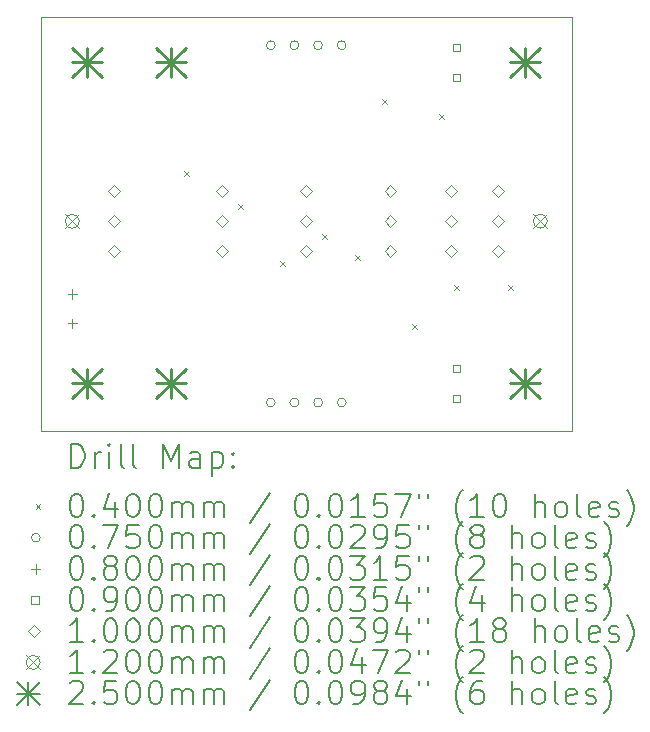
<source format=gbr>
%TF.GenerationSoftware,KiCad,Pcbnew,7.0.10*%
%TF.CreationDate,2025-02-01T12:29:48+01:00*%
%TF.ProjectId,Multi Sensor Board,4d756c74-6920-4536-956e-736f7220426f,rev?*%
%TF.SameCoordinates,Original*%
%TF.FileFunction,Drillmap*%
%TF.FilePolarity,Positive*%
%FSLAX45Y45*%
G04 Gerber Fmt 4.5, Leading zero omitted, Abs format (unit mm)*
G04 Created by KiCad (PCBNEW 7.0.10) date 2025-02-01 12:29:48*
%MOMM*%
%LPD*%
G01*
G04 APERTURE LIST*
%ADD10C,0.050000*%
%ADD11C,0.200000*%
%ADD12C,0.100000*%
%ADD13C,0.120000*%
%ADD14C,0.250000*%
G04 APERTURE END LIST*
D10*
X12000000Y-11500000D02*
X12000000Y-8000000D01*
X12000000Y-8000000D02*
X16500000Y-8000000D01*
X12000000Y-11500000D02*
X16500000Y-11500000D01*
X16500000Y-11500000D02*
X16500000Y-8000000D01*
D11*
D12*
X13213400Y-9301800D02*
X13253400Y-9341800D01*
X13253400Y-9301800D02*
X13213400Y-9341800D01*
X13670600Y-9581200D02*
X13710600Y-9621200D01*
X13710600Y-9581200D02*
X13670600Y-9621200D01*
X14026200Y-10063800D02*
X14066200Y-10103800D01*
X14066200Y-10063800D02*
X14026200Y-10103800D01*
X14381800Y-9835200D02*
X14421800Y-9875200D01*
X14421800Y-9835200D02*
X14381800Y-9875200D01*
X14661200Y-10013000D02*
X14701200Y-10053000D01*
X14701200Y-10013000D02*
X14661200Y-10053000D01*
X14889800Y-8692200D02*
X14929800Y-8732200D01*
X14929800Y-8692200D02*
X14889800Y-8732200D01*
X15143800Y-10597200D02*
X15183800Y-10637200D01*
X15183800Y-10597200D02*
X15143800Y-10637200D01*
X15372400Y-8819200D02*
X15412400Y-8859200D01*
X15412400Y-8819200D02*
X15372400Y-8859200D01*
X15499400Y-10267000D02*
X15539400Y-10307000D01*
X15539400Y-10267000D02*
X15499400Y-10307000D01*
X15956600Y-10267000D02*
X15996600Y-10307000D01*
X15996600Y-10267000D02*
X15956600Y-10307000D01*
X13986547Y-8237600D02*
G75*
G03*
X13911547Y-8237600I-37500J0D01*
G01*
X13911547Y-8237600D02*
G75*
G03*
X13986547Y-8237600I37500J0D01*
G01*
X13986547Y-11262113D02*
G75*
G03*
X13911547Y-11262113I-37500J0D01*
G01*
X13911547Y-11262113D02*
G75*
G03*
X13986547Y-11262113I37500J0D01*
G01*
X14186547Y-8237600D02*
G75*
G03*
X14111547Y-8237600I-37500J0D01*
G01*
X14111547Y-8237600D02*
G75*
G03*
X14186547Y-8237600I37500J0D01*
G01*
X14186547Y-11262113D02*
G75*
G03*
X14111547Y-11262113I-37500J0D01*
G01*
X14111547Y-11262113D02*
G75*
G03*
X14186547Y-11262113I37500J0D01*
G01*
X14386547Y-8237600D02*
G75*
G03*
X14311547Y-8237600I-37500J0D01*
G01*
X14311547Y-8237600D02*
G75*
G03*
X14386547Y-8237600I37500J0D01*
G01*
X14386547Y-11262113D02*
G75*
G03*
X14311547Y-11262113I-37500J0D01*
G01*
X14311547Y-11262113D02*
G75*
G03*
X14386547Y-11262113I37500J0D01*
G01*
X14586547Y-8237600D02*
G75*
G03*
X14511547Y-8237600I-37500J0D01*
G01*
X14511547Y-8237600D02*
G75*
G03*
X14586547Y-8237600I37500J0D01*
G01*
X14586547Y-11262113D02*
G75*
G03*
X14511547Y-11262113I-37500J0D01*
G01*
X14511547Y-11262113D02*
G75*
G03*
X14586547Y-11262113I37500J0D01*
G01*
X12268200Y-10301800D02*
X12268200Y-10381800D01*
X12228200Y-10341800D02*
X12308200Y-10341800D01*
X12268200Y-10551800D02*
X12268200Y-10631800D01*
X12228200Y-10591800D02*
X12308200Y-10591800D01*
X15551220Y-8287320D02*
X15551220Y-8223680D01*
X15487580Y-8223680D01*
X15487580Y-8287320D01*
X15551220Y-8287320D01*
X15551220Y-8541320D02*
X15551220Y-8477680D01*
X15487580Y-8477680D01*
X15487580Y-8541320D01*
X15551220Y-8541320D01*
X15551220Y-11005120D02*
X15551220Y-10941480D01*
X15487580Y-10941480D01*
X15487580Y-11005120D01*
X15551220Y-11005120D01*
X15551220Y-11259120D02*
X15551220Y-11195480D01*
X15487580Y-11195480D01*
X15487580Y-11259120D01*
X15551220Y-11259120D01*
X12623800Y-9524200D02*
X12673800Y-9474200D01*
X12623800Y-9424200D01*
X12573800Y-9474200D01*
X12623800Y-9524200D01*
X12623800Y-9778200D02*
X12673800Y-9728200D01*
X12623800Y-9678200D01*
X12573800Y-9728200D01*
X12623800Y-9778200D01*
X12623800Y-10032200D02*
X12673800Y-9982200D01*
X12623800Y-9932200D01*
X12573800Y-9982200D01*
X12623800Y-10032200D01*
X13536600Y-9524200D02*
X13586600Y-9474200D01*
X13536600Y-9424200D01*
X13486600Y-9474200D01*
X13536600Y-9524200D01*
X13536600Y-9778200D02*
X13586600Y-9728200D01*
X13536600Y-9678200D01*
X13486600Y-9728200D01*
X13536600Y-9778200D01*
X13536600Y-10032200D02*
X13586600Y-9982200D01*
X13536600Y-9932200D01*
X13486600Y-9982200D01*
X13536600Y-10032200D01*
X14249400Y-9524200D02*
X14299400Y-9474200D01*
X14249400Y-9424200D01*
X14199400Y-9474200D01*
X14249400Y-9524200D01*
X14249400Y-9778200D02*
X14299400Y-9728200D01*
X14249400Y-9678200D01*
X14199400Y-9728200D01*
X14249400Y-9778200D01*
X14249400Y-10032200D02*
X14299400Y-9982200D01*
X14249400Y-9932200D01*
X14199400Y-9982200D01*
X14249400Y-10032200D01*
X14962200Y-9524200D02*
X15012200Y-9474200D01*
X14962200Y-9424200D01*
X14912200Y-9474200D01*
X14962200Y-9524200D01*
X14962200Y-9778200D02*
X15012200Y-9728200D01*
X14962200Y-9678200D01*
X14912200Y-9728200D01*
X14962200Y-9778200D01*
X14962200Y-10032200D02*
X15012200Y-9982200D01*
X14962200Y-9932200D01*
X14912200Y-9982200D01*
X14962200Y-10032200D01*
X15475000Y-9524200D02*
X15525000Y-9474200D01*
X15475000Y-9424200D01*
X15425000Y-9474200D01*
X15475000Y-9524200D01*
X15475000Y-9778200D02*
X15525000Y-9728200D01*
X15475000Y-9678200D01*
X15425000Y-9728200D01*
X15475000Y-9778200D01*
X15475000Y-10032200D02*
X15525000Y-9982200D01*
X15475000Y-9932200D01*
X15425000Y-9982200D01*
X15475000Y-10032200D01*
X15875000Y-9524200D02*
X15925000Y-9474200D01*
X15875000Y-9424200D01*
X15825000Y-9474200D01*
X15875000Y-9524200D01*
X15875000Y-9778200D02*
X15925000Y-9728200D01*
X15875000Y-9678200D01*
X15825000Y-9728200D01*
X15875000Y-9778200D01*
X15875000Y-10032200D02*
X15925000Y-9982200D01*
X15875000Y-9932200D01*
X15825000Y-9982200D01*
X15875000Y-10032200D01*
D13*
X12208200Y-9668200D02*
X12328200Y-9788200D01*
X12328200Y-9668200D02*
X12208200Y-9788200D01*
X12328200Y-9728200D02*
G75*
G03*
X12208200Y-9728200I-60000J0D01*
G01*
X12208200Y-9728200D02*
G75*
G03*
X12328200Y-9728200I60000J0D01*
G01*
X16170600Y-9666700D02*
X16290600Y-9786700D01*
X16290600Y-9666700D02*
X16170600Y-9786700D01*
X16290600Y-9726700D02*
G75*
G03*
X16170600Y-9726700I-60000J0D01*
G01*
X16170600Y-9726700D02*
G75*
G03*
X16290600Y-9726700I60000J0D01*
G01*
D14*
X12270200Y-8257000D02*
X12520200Y-8507000D01*
X12520200Y-8257000D02*
X12270200Y-8507000D01*
X12395200Y-8257000D02*
X12395200Y-8507000D01*
X12270200Y-8382000D02*
X12520200Y-8382000D01*
X12270200Y-10974800D02*
X12520200Y-11224800D01*
X12520200Y-10974800D02*
X12270200Y-11224800D01*
X12395200Y-10974800D02*
X12395200Y-11224800D01*
X12270200Y-11099800D02*
X12520200Y-11099800D01*
X12981400Y-8257000D02*
X13231400Y-8507000D01*
X13231400Y-8257000D02*
X12981400Y-8507000D01*
X13106400Y-8257000D02*
X13106400Y-8507000D01*
X12981400Y-8382000D02*
X13231400Y-8382000D01*
X12981400Y-10974800D02*
X13231400Y-11224800D01*
X13231400Y-10974800D02*
X12981400Y-11224800D01*
X13106400Y-10974800D02*
X13106400Y-11224800D01*
X12981400Y-11099800D02*
X13231400Y-11099800D01*
X15978600Y-8257000D02*
X16228600Y-8507000D01*
X16228600Y-8257000D02*
X15978600Y-8507000D01*
X16103600Y-8257000D02*
X16103600Y-8507000D01*
X15978600Y-8382000D02*
X16228600Y-8382000D01*
X15978600Y-10974800D02*
X16228600Y-11224800D01*
X16228600Y-10974800D02*
X15978600Y-11224800D01*
X16103600Y-10974800D02*
X16103600Y-11224800D01*
X15978600Y-11099800D02*
X16228600Y-11099800D01*
D11*
X12258277Y-11813984D02*
X12258277Y-11613984D01*
X12258277Y-11613984D02*
X12305896Y-11613984D01*
X12305896Y-11613984D02*
X12334467Y-11623508D01*
X12334467Y-11623508D02*
X12353515Y-11642555D01*
X12353515Y-11642555D02*
X12363039Y-11661603D01*
X12363039Y-11661603D02*
X12372562Y-11699698D01*
X12372562Y-11699698D02*
X12372562Y-11728269D01*
X12372562Y-11728269D02*
X12363039Y-11766365D01*
X12363039Y-11766365D02*
X12353515Y-11785412D01*
X12353515Y-11785412D02*
X12334467Y-11804460D01*
X12334467Y-11804460D02*
X12305896Y-11813984D01*
X12305896Y-11813984D02*
X12258277Y-11813984D01*
X12458277Y-11813984D02*
X12458277Y-11680650D01*
X12458277Y-11718746D02*
X12467801Y-11699698D01*
X12467801Y-11699698D02*
X12477324Y-11690174D01*
X12477324Y-11690174D02*
X12496372Y-11680650D01*
X12496372Y-11680650D02*
X12515420Y-11680650D01*
X12582086Y-11813984D02*
X12582086Y-11680650D01*
X12582086Y-11613984D02*
X12572562Y-11623508D01*
X12572562Y-11623508D02*
X12582086Y-11633031D01*
X12582086Y-11633031D02*
X12591610Y-11623508D01*
X12591610Y-11623508D02*
X12582086Y-11613984D01*
X12582086Y-11613984D02*
X12582086Y-11633031D01*
X12705896Y-11813984D02*
X12686848Y-11804460D01*
X12686848Y-11804460D02*
X12677324Y-11785412D01*
X12677324Y-11785412D02*
X12677324Y-11613984D01*
X12810658Y-11813984D02*
X12791610Y-11804460D01*
X12791610Y-11804460D02*
X12782086Y-11785412D01*
X12782086Y-11785412D02*
X12782086Y-11613984D01*
X13039229Y-11813984D02*
X13039229Y-11613984D01*
X13039229Y-11613984D02*
X13105896Y-11756841D01*
X13105896Y-11756841D02*
X13172562Y-11613984D01*
X13172562Y-11613984D02*
X13172562Y-11813984D01*
X13353515Y-11813984D02*
X13353515Y-11709222D01*
X13353515Y-11709222D02*
X13343991Y-11690174D01*
X13343991Y-11690174D02*
X13324943Y-11680650D01*
X13324943Y-11680650D02*
X13286848Y-11680650D01*
X13286848Y-11680650D02*
X13267801Y-11690174D01*
X13353515Y-11804460D02*
X13334467Y-11813984D01*
X13334467Y-11813984D02*
X13286848Y-11813984D01*
X13286848Y-11813984D02*
X13267801Y-11804460D01*
X13267801Y-11804460D02*
X13258277Y-11785412D01*
X13258277Y-11785412D02*
X13258277Y-11766365D01*
X13258277Y-11766365D02*
X13267801Y-11747317D01*
X13267801Y-11747317D02*
X13286848Y-11737793D01*
X13286848Y-11737793D02*
X13334467Y-11737793D01*
X13334467Y-11737793D02*
X13353515Y-11728269D01*
X13448753Y-11680650D02*
X13448753Y-11880650D01*
X13448753Y-11690174D02*
X13467801Y-11680650D01*
X13467801Y-11680650D02*
X13505896Y-11680650D01*
X13505896Y-11680650D02*
X13524943Y-11690174D01*
X13524943Y-11690174D02*
X13534467Y-11699698D01*
X13534467Y-11699698D02*
X13543991Y-11718746D01*
X13543991Y-11718746D02*
X13543991Y-11775888D01*
X13543991Y-11775888D02*
X13534467Y-11794936D01*
X13534467Y-11794936D02*
X13524943Y-11804460D01*
X13524943Y-11804460D02*
X13505896Y-11813984D01*
X13505896Y-11813984D02*
X13467801Y-11813984D01*
X13467801Y-11813984D02*
X13448753Y-11804460D01*
X13629705Y-11794936D02*
X13639229Y-11804460D01*
X13639229Y-11804460D02*
X13629705Y-11813984D01*
X13629705Y-11813984D02*
X13620182Y-11804460D01*
X13620182Y-11804460D02*
X13629705Y-11794936D01*
X13629705Y-11794936D02*
X13629705Y-11813984D01*
X13629705Y-11690174D02*
X13639229Y-11699698D01*
X13639229Y-11699698D02*
X13629705Y-11709222D01*
X13629705Y-11709222D02*
X13620182Y-11699698D01*
X13620182Y-11699698D02*
X13629705Y-11690174D01*
X13629705Y-11690174D02*
X13629705Y-11709222D01*
D12*
X11957500Y-12122500D02*
X11997500Y-12162500D01*
X11997500Y-12122500D02*
X11957500Y-12162500D01*
D11*
X12296372Y-12033984D02*
X12315420Y-12033984D01*
X12315420Y-12033984D02*
X12334467Y-12043508D01*
X12334467Y-12043508D02*
X12343991Y-12053031D01*
X12343991Y-12053031D02*
X12353515Y-12072079D01*
X12353515Y-12072079D02*
X12363039Y-12110174D01*
X12363039Y-12110174D02*
X12363039Y-12157793D01*
X12363039Y-12157793D02*
X12353515Y-12195888D01*
X12353515Y-12195888D02*
X12343991Y-12214936D01*
X12343991Y-12214936D02*
X12334467Y-12224460D01*
X12334467Y-12224460D02*
X12315420Y-12233984D01*
X12315420Y-12233984D02*
X12296372Y-12233984D01*
X12296372Y-12233984D02*
X12277324Y-12224460D01*
X12277324Y-12224460D02*
X12267801Y-12214936D01*
X12267801Y-12214936D02*
X12258277Y-12195888D01*
X12258277Y-12195888D02*
X12248753Y-12157793D01*
X12248753Y-12157793D02*
X12248753Y-12110174D01*
X12248753Y-12110174D02*
X12258277Y-12072079D01*
X12258277Y-12072079D02*
X12267801Y-12053031D01*
X12267801Y-12053031D02*
X12277324Y-12043508D01*
X12277324Y-12043508D02*
X12296372Y-12033984D01*
X12448753Y-12214936D02*
X12458277Y-12224460D01*
X12458277Y-12224460D02*
X12448753Y-12233984D01*
X12448753Y-12233984D02*
X12439229Y-12224460D01*
X12439229Y-12224460D02*
X12448753Y-12214936D01*
X12448753Y-12214936D02*
X12448753Y-12233984D01*
X12629705Y-12100650D02*
X12629705Y-12233984D01*
X12582086Y-12024460D02*
X12534467Y-12167317D01*
X12534467Y-12167317D02*
X12658277Y-12167317D01*
X12772562Y-12033984D02*
X12791610Y-12033984D01*
X12791610Y-12033984D02*
X12810658Y-12043508D01*
X12810658Y-12043508D02*
X12820182Y-12053031D01*
X12820182Y-12053031D02*
X12829705Y-12072079D01*
X12829705Y-12072079D02*
X12839229Y-12110174D01*
X12839229Y-12110174D02*
X12839229Y-12157793D01*
X12839229Y-12157793D02*
X12829705Y-12195888D01*
X12829705Y-12195888D02*
X12820182Y-12214936D01*
X12820182Y-12214936D02*
X12810658Y-12224460D01*
X12810658Y-12224460D02*
X12791610Y-12233984D01*
X12791610Y-12233984D02*
X12772562Y-12233984D01*
X12772562Y-12233984D02*
X12753515Y-12224460D01*
X12753515Y-12224460D02*
X12743991Y-12214936D01*
X12743991Y-12214936D02*
X12734467Y-12195888D01*
X12734467Y-12195888D02*
X12724943Y-12157793D01*
X12724943Y-12157793D02*
X12724943Y-12110174D01*
X12724943Y-12110174D02*
X12734467Y-12072079D01*
X12734467Y-12072079D02*
X12743991Y-12053031D01*
X12743991Y-12053031D02*
X12753515Y-12043508D01*
X12753515Y-12043508D02*
X12772562Y-12033984D01*
X12963039Y-12033984D02*
X12982086Y-12033984D01*
X12982086Y-12033984D02*
X13001134Y-12043508D01*
X13001134Y-12043508D02*
X13010658Y-12053031D01*
X13010658Y-12053031D02*
X13020182Y-12072079D01*
X13020182Y-12072079D02*
X13029705Y-12110174D01*
X13029705Y-12110174D02*
X13029705Y-12157793D01*
X13029705Y-12157793D02*
X13020182Y-12195888D01*
X13020182Y-12195888D02*
X13010658Y-12214936D01*
X13010658Y-12214936D02*
X13001134Y-12224460D01*
X13001134Y-12224460D02*
X12982086Y-12233984D01*
X12982086Y-12233984D02*
X12963039Y-12233984D01*
X12963039Y-12233984D02*
X12943991Y-12224460D01*
X12943991Y-12224460D02*
X12934467Y-12214936D01*
X12934467Y-12214936D02*
X12924943Y-12195888D01*
X12924943Y-12195888D02*
X12915420Y-12157793D01*
X12915420Y-12157793D02*
X12915420Y-12110174D01*
X12915420Y-12110174D02*
X12924943Y-12072079D01*
X12924943Y-12072079D02*
X12934467Y-12053031D01*
X12934467Y-12053031D02*
X12943991Y-12043508D01*
X12943991Y-12043508D02*
X12963039Y-12033984D01*
X13115420Y-12233984D02*
X13115420Y-12100650D01*
X13115420Y-12119698D02*
X13124943Y-12110174D01*
X13124943Y-12110174D02*
X13143991Y-12100650D01*
X13143991Y-12100650D02*
X13172563Y-12100650D01*
X13172563Y-12100650D02*
X13191610Y-12110174D01*
X13191610Y-12110174D02*
X13201134Y-12129222D01*
X13201134Y-12129222D02*
X13201134Y-12233984D01*
X13201134Y-12129222D02*
X13210658Y-12110174D01*
X13210658Y-12110174D02*
X13229705Y-12100650D01*
X13229705Y-12100650D02*
X13258277Y-12100650D01*
X13258277Y-12100650D02*
X13277324Y-12110174D01*
X13277324Y-12110174D02*
X13286848Y-12129222D01*
X13286848Y-12129222D02*
X13286848Y-12233984D01*
X13382086Y-12233984D02*
X13382086Y-12100650D01*
X13382086Y-12119698D02*
X13391610Y-12110174D01*
X13391610Y-12110174D02*
X13410658Y-12100650D01*
X13410658Y-12100650D02*
X13439229Y-12100650D01*
X13439229Y-12100650D02*
X13458277Y-12110174D01*
X13458277Y-12110174D02*
X13467801Y-12129222D01*
X13467801Y-12129222D02*
X13467801Y-12233984D01*
X13467801Y-12129222D02*
X13477324Y-12110174D01*
X13477324Y-12110174D02*
X13496372Y-12100650D01*
X13496372Y-12100650D02*
X13524943Y-12100650D01*
X13524943Y-12100650D02*
X13543991Y-12110174D01*
X13543991Y-12110174D02*
X13553515Y-12129222D01*
X13553515Y-12129222D02*
X13553515Y-12233984D01*
X13943991Y-12024460D02*
X13772563Y-12281603D01*
X14201134Y-12033984D02*
X14220182Y-12033984D01*
X14220182Y-12033984D02*
X14239229Y-12043508D01*
X14239229Y-12043508D02*
X14248753Y-12053031D01*
X14248753Y-12053031D02*
X14258277Y-12072079D01*
X14258277Y-12072079D02*
X14267801Y-12110174D01*
X14267801Y-12110174D02*
X14267801Y-12157793D01*
X14267801Y-12157793D02*
X14258277Y-12195888D01*
X14258277Y-12195888D02*
X14248753Y-12214936D01*
X14248753Y-12214936D02*
X14239229Y-12224460D01*
X14239229Y-12224460D02*
X14220182Y-12233984D01*
X14220182Y-12233984D02*
X14201134Y-12233984D01*
X14201134Y-12233984D02*
X14182086Y-12224460D01*
X14182086Y-12224460D02*
X14172563Y-12214936D01*
X14172563Y-12214936D02*
X14163039Y-12195888D01*
X14163039Y-12195888D02*
X14153515Y-12157793D01*
X14153515Y-12157793D02*
X14153515Y-12110174D01*
X14153515Y-12110174D02*
X14163039Y-12072079D01*
X14163039Y-12072079D02*
X14172563Y-12053031D01*
X14172563Y-12053031D02*
X14182086Y-12043508D01*
X14182086Y-12043508D02*
X14201134Y-12033984D01*
X14353515Y-12214936D02*
X14363039Y-12224460D01*
X14363039Y-12224460D02*
X14353515Y-12233984D01*
X14353515Y-12233984D02*
X14343991Y-12224460D01*
X14343991Y-12224460D02*
X14353515Y-12214936D01*
X14353515Y-12214936D02*
X14353515Y-12233984D01*
X14486848Y-12033984D02*
X14505896Y-12033984D01*
X14505896Y-12033984D02*
X14524944Y-12043508D01*
X14524944Y-12043508D02*
X14534467Y-12053031D01*
X14534467Y-12053031D02*
X14543991Y-12072079D01*
X14543991Y-12072079D02*
X14553515Y-12110174D01*
X14553515Y-12110174D02*
X14553515Y-12157793D01*
X14553515Y-12157793D02*
X14543991Y-12195888D01*
X14543991Y-12195888D02*
X14534467Y-12214936D01*
X14534467Y-12214936D02*
X14524944Y-12224460D01*
X14524944Y-12224460D02*
X14505896Y-12233984D01*
X14505896Y-12233984D02*
X14486848Y-12233984D01*
X14486848Y-12233984D02*
X14467801Y-12224460D01*
X14467801Y-12224460D02*
X14458277Y-12214936D01*
X14458277Y-12214936D02*
X14448753Y-12195888D01*
X14448753Y-12195888D02*
X14439229Y-12157793D01*
X14439229Y-12157793D02*
X14439229Y-12110174D01*
X14439229Y-12110174D02*
X14448753Y-12072079D01*
X14448753Y-12072079D02*
X14458277Y-12053031D01*
X14458277Y-12053031D02*
X14467801Y-12043508D01*
X14467801Y-12043508D02*
X14486848Y-12033984D01*
X14743991Y-12233984D02*
X14629706Y-12233984D01*
X14686848Y-12233984D02*
X14686848Y-12033984D01*
X14686848Y-12033984D02*
X14667801Y-12062555D01*
X14667801Y-12062555D02*
X14648753Y-12081603D01*
X14648753Y-12081603D02*
X14629706Y-12091127D01*
X14924944Y-12033984D02*
X14829706Y-12033984D01*
X14829706Y-12033984D02*
X14820182Y-12129222D01*
X14820182Y-12129222D02*
X14829706Y-12119698D01*
X14829706Y-12119698D02*
X14848753Y-12110174D01*
X14848753Y-12110174D02*
X14896372Y-12110174D01*
X14896372Y-12110174D02*
X14915420Y-12119698D01*
X14915420Y-12119698D02*
X14924944Y-12129222D01*
X14924944Y-12129222D02*
X14934467Y-12148269D01*
X14934467Y-12148269D02*
X14934467Y-12195888D01*
X14934467Y-12195888D02*
X14924944Y-12214936D01*
X14924944Y-12214936D02*
X14915420Y-12224460D01*
X14915420Y-12224460D02*
X14896372Y-12233984D01*
X14896372Y-12233984D02*
X14848753Y-12233984D01*
X14848753Y-12233984D02*
X14829706Y-12224460D01*
X14829706Y-12224460D02*
X14820182Y-12214936D01*
X15001134Y-12033984D02*
X15134467Y-12033984D01*
X15134467Y-12033984D02*
X15048753Y-12233984D01*
X15201134Y-12033984D02*
X15201134Y-12072079D01*
X15277325Y-12033984D02*
X15277325Y-12072079D01*
X15572563Y-12310174D02*
X15563039Y-12300650D01*
X15563039Y-12300650D02*
X15543991Y-12272079D01*
X15543991Y-12272079D02*
X15534468Y-12253031D01*
X15534468Y-12253031D02*
X15524944Y-12224460D01*
X15524944Y-12224460D02*
X15515420Y-12176841D01*
X15515420Y-12176841D02*
X15515420Y-12138746D01*
X15515420Y-12138746D02*
X15524944Y-12091127D01*
X15524944Y-12091127D02*
X15534468Y-12062555D01*
X15534468Y-12062555D02*
X15543991Y-12043508D01*
X15543991Y-12043508D02*
X15563039Y-12014936D01*
X15563039Y-12014936D02*
X15572563Y-12005412D01*
X15753515Y-12233984D02*
X15639229Y-12233984D01*
X15696372Y-12233984D02*
X15696372Y-12033984D01*
X15696372Y-12033984D02*
X15677325Y-12062555D01*
X15677325Y-12062555D02*
X15658277Y-12081603D01*
X15658277Y-12081603D02*
X15639229Y-12091127D01*
X15877325Y-12033984D02*
X15896372Y-12033984D01*
X15896372Y-12033984D02*
X15915420Y-12043508D01*
X15915420Y-12043508D02*
X15924944Y-12053031D01*
X15924944Y-12053031D02*
X15934468Y-12072079D01*
X15934468Y-12072079D02*
X15943991Y-12110174D01*
X15943991Y-12110174D02*
X15943991Y-12157793D01*
X15943991Y-12157793D02*
X15934468Y-12195888D01*
X15934468Y-12195888D02*
X15924944Y-12214936D01*
X15924944Y-12214936D02*
X15915420Y-12224460D01*
X15915420Y-12224460D02*
X15896372Y-12233984D01*
X15896372Y-12233984D02*
X15877325Y-12233984D01*
X15877325Y-12233984D02*
X15858277Y-12224460D01*
X15858277Y-12224460D02*
X15848753Y-12214936D01*
X15848753Y-12214936D02*
X15839229Y-12195888D01*
X15839229Y-12195888D02*
X15829706Y-12157793D01*
X15829706Y-12157793D02*
X15829706Y-12110174D01*
X15829706Y-12110174D02*
X15839229Y-12072079D01*
X15839229Y-12072079D02*
X15848753Y-12053031D01*
X15848753Y-12053031D02*
X15858277Y-12043508D01*
X15858277Y-12043508D02*
X15877325Y-12033984D01*
X16182087Y-12233984D02*
X16182087Y-12033984D01*
X16267801Y-12233984D02*
X16267801Y-12129222D01*
X16267801Y-12129222D02*
X16258277Y-12110174D01*
X16258277Y-12110174D02*
X16239230Y-12100650D01*
X16239230Y-12100650D02*
X16210658Y-12100650D01*
X16210658Y-12100650D02*
X16191610Y-12110174D01*
X16191610Y-12110174D02*
X16182087Y-12119698D01*
X16391610Y-12233984D02*
X16372563Y-12224460D01*
X16372563Y-12224460D02*
X16363039Y-12214936D01*
X16363039Y-12214936D02*
X16353515Y-12195888D01*
X16353515Y-12195888D02*
X16353515Y-12138746D01*
X16353515Y-12138746D02*
X16363039Y-12119698D01*
X16363039Y-12119698D02*
X16372563Y-12110174D01*
X16372563Y-12110174D02*
X16391610Y-12100650D01*
X16391610Y-12100650D02*
X16420182Y-12100650D01*
X16420182Y-12100650D02*
X16439230Y-12110174D01*
X16439230Y-12110174D02*
X16448753Y-12119698D01*
X16448753Y-12119698D02*
X16458277Y-12138746D01*
X16458277Y-12138746D02*
X16458277Y-12195888D01*
X16458277Y-12195888D02*
X16448753Y-12214936D01*
X16448753Y-12214936D02*
X16439230Y-12224460D01*
X16439230Y-12224460D02*
X16420182Y-12233984D01*
X16420182Y-12233984D02*
X16391610Y-12233984D01*
X16572563Y-12233984D02*
X16553515Y-12224460D01*
X16553515Y-12224460D02*
X16543991Y-12205412D01*
X16543991Y-12205412D02*
X16543991Y-12033984D01*
X16724944Y-12224460D02*
X16705896Y-12233984D01*
X16705896Y-12233984D02*
X16667801Y-12233984D01*
X16667801Y-12233984D02*
X16648753Y-12224460D01*
X16648753Y-12224460D02*
X16639230Y-12205412D01*
X16639230Y-12205412D02*
X16639230Y-12129222D01*
X16639230Y-12129222D02*
X16648753Y-12110174D01*
X16648753Y-12110174D02*
X16667801Y-12100650D01*
X16667801Y-12100650D02*
X16705896Y-12100650D01*
X16705896Y-12100650D02*
X16724944Y-12110174D01*
X16724944Y-12110174D02*
X16734468Y-12129222D01*
X16734468Y-12129222D02*
X16734468Y-12148269D01*
X16734468Y-12148269D02*
X16639230Y-12167317D01*
X16810658Y-12224460D02*
X16829706Y-12233984D01*
X16829706Y-12233984D02*
X16867801Y-12233984D01*
X16867801Y-12233984D02*
X16886849Y-12224460D01*
X16886849Y-12224460D02*
X16896373Y-12205412D01*
X16896373Y-12205412D02*
X16896373Y-12195888D01*
X16896373Y-12195888D02*
X16886849Y-12176841D01*
X16886849Y-12176841D02*
X16867801Y-12167317D01*
X16867801Y-12167317D02*
X16839230Y-12167317D01*
X16839230Y-12167317D02*
X16820182Y-12157793D01*
X16820182Y-12157793D02*
X16810658Y-12138746D01*
X16810658Y-12138746D02*
X16810658Y-12129222D01*
X16810658Y-12129222D02*
X16820182Y-12110174D01*
X16820182Y-12110174D02*
X16839230Y-12100650D01*
X16839230Y-12100650D02*
X16867801Y-12100650D01*
X16867801Y-12100650D02*
X16886849Y-12110174D01*
X16963039Y-12310174D02*
X16972563Y-12300650D01*
X16972563Y-12300650D02*
X16991611Y-12272079D01*
X16991611Y-12272079D02*
X17001134Y-12253031D01*
X17001134Y-12253031D02*
X17010658Y-12224460D01*
X17010658Y-12224460D02*
X17020182Y-12176841D01*
X17020182Y-12176841D02*
X17020182Y-12138746D01*
X17020182Y-12138746D02*
X17010658Y-12091127D01*
X17010658Y-12091127D02*
X17001134Y-12062555D01*
X17001134Y-12062555D02*
X16991611Y-12043508D01*
X16991611Y-12043508D02*
X16972563Y-12014936D01*
X16972563Y-12014936D02*
X16963039Y-12005412D01*
D12*
X11997500Y-12406500D02*
G75*
G03*
X11922500Y-12406500I-37500J0D01*
G01*
X11922500Y-12406500D02*
G75*
G03*
X11997500Y-12406500I37500J0D01*
G01*
D11*
X12296372Y-12297984D02*
X12315420Y-12297984D01*
X12315420Y-12297984D02*
X12334467Y-12307508D01*
X12334467Y-12307508D02*
X12343991Y-12317031D01*
X12343991Y-12317031D02*
X12353515Y-12336079D01*
X12353515Y-12336079D02*
X12363039Y-12374174D01*
X12363039Y-12374174D02*
X12363039Y-12421793D01*
X12363039Y-12421793D02*
X12353515Y-12459888D01*
X12353515Y-12459888D02*
X12343991Y-12478936D01*
X12343991Y-12478936D02*
X12334467Y-12488460D01*
X12334467Y-12488460D02*
X12315420Y-12497984D01*
X12315420Y-12497984D02*
X12296372Y-12497984D01*
X12296372Y-12497984D02*
X12277324Y-12488460D01*
X12277324Y-12488460D02*
X12267801Y-12478936D01*
X12267801Y-12478936D02*
X12258277Y-12459888D01*
X12258277Y-12459888D02*
X12248753Y-12421793D01*
X12248753Y-12421793D02*
X12248753Y-12374174D01*
X12248753Y-12374174D02*
X12258277Y-12336079D01*
X12258277Y-12336079D02*
X12267801Y-12317031D01*
X12267801Y-12317031D02*
X12277324Y-12307508D01*
X12277324Y-12307508D02*
X12296372Y-12297984D01*
X12448753Y-12478936D02*
X12458277Y-12488460D01*
X12458277Y-12488460D02*
X12448753Y-12497984D01*
X12448753Y-12497984D02*
X12439229Y-12488460D01*
X12439229Y-12488460D02*
X12448753Y-12478936D01*
X12448753Y-12478936D02*
X12448753Y-12497984D01*
X12524943Y-12297984D02*
X12658277Y-12297984D01*
X12658277Y-12297984D02*
X12572562Y-12497984D01*
X12829705Y-12297984D02*
X12734467Y-12297984D01*
X12734467Y-12297984D02*
X12724943Y-12393222D01*
X12724943Y-12393222D02*
X12734467Y-12383698D01*
X12734467Y-12383698D02*
X12753515Y-12374174D01*
X12753515Y-12374174D02*
X12801134Y-12374174D01*
X12801134Y-12374174D02*
X12820182Y-12383698D01*
X12820182Y-12383698D02*
X12829705Y-12393222D01*
X12829705Y-12393222D02*
X12839229Y-12412269D01*
X12839229Y-12412269D02*
X12839229Y-12459888D01*
X12839229Y-12459888D02*
X12829705Y-12478936D01*
X12829705Y-12478936D02*
X12820182Y-12488460D01*
X12820182Y-12488460D02*
X12801134Y-12497984D01*
X12801134Y-12497984D02*
X12753515Y-12497984D01*
X12753515Y-12497984D02*
X12734467Y-12488460D01*
X12734467Y-12488460D02*
X12724943Y-12478936D01*
X12963039Y-12297984D02*
X12982086Y-12297984D01*
X12982086Y-12297984D02*
X13001134Y-12307508D01*
X13001134Y-12307508D02*
X13010658Y-12317031D01*
X13010658Y-12317031D02*
X13020182Y-12336079D01*
X13020182Y-12336079D02*
X13029705Y-12374174D01*
X13029705Y-12374174D02*
X13029705Y-12421793D01*
X13029705Y-12421793D02*
X13020182Y-12459888D01*
X13020182Y-12459888D02*
X13010658Y-12478936D01*
X13010658Y-12478936D02*
X13001134Y-12488460D01*
X13001134Y-12488460D02*
X12982086Y-12497984D01*
X12982086Y-12497984D02*
X12963039Y-12497984D01*
X12963039Y-12497984D02*
X12943991Y-12488460D01*
X12943991Y-12488460D02*
X12934467Y-12478936D01*
X12934467Y-12478936D02*
X12924943Y-12459888D01*
X12924943Y-12459888D02*
X12915420Y-12421793D01*
X12915420Y-12421793D02*
X12915420Y-12374174D01*
X12915420Y-12374174D02*
X12924943Y-12336079D01*
X12924943Y-12336079D02*
X12934467Y-12317031D01*
X12934467Y-12317031D02*
X12943991Y-12307508D01*
X12943991Y-12307508D02*
X12963039Y-12297984D01*
X13115420Y-12497984D02*
X13115420Y-12364650D01*
X13115420Y-12383698D02*
X13124943Y-12374174D01*
X13124943Y-12374174D02*
X13143991Y-12364650D01*
X13143991Y-12364650D02*
X13172563Y-12364650D01*
X13172563Y-12364650D02*
X13191610Y-12374174D01*
X13191610Y-12374174D02*
X13201134Y-12393222D01*
X13201134Y-12393222D02*
X13201134Y-12497984D01*
X13201134Y-12393222D02*
X13210658Y-12374174D01*
X13210658Y-12374174D02*
X13229705Y-12364650D01*
X13229705Y-12364650D02*
X13258277Y-12364650D01*
X13258277Y-12364650D02*
X13277324Y-12374174D01*
X13277324Y-12374174D02*
X13286848Y-12393222D01*
X13286848Y-12393222D02*
X13286848Y-12497984D01*
X13382086Y-12497984D02*
X13382086Y-12364650D01*
X13382086Y-12383698D02*
X13391610Y-12374174D01*
X13391610Y-12374174D02*
X13410658Y-12364650D01*
X13410658Y-12364650D02*
X13439229Y-12364650D01*
X13439229Y-12364650D02*
X13458277Y-12374174D01*
X13458277Y-12374174D02*
X13467801Y-12393222D01*
X13467801Y-12393222D02*
X13467801Y-12497984D01*
X13467801Y-12393222D02*
X13477324Y-12374174D01*
X13477324Y-12374174D02*
X13496372Y-12364650D01*
X13496372Y-12364650D02*
X13524943Y-12364650D01*
X13524943Y-12364650D02*
X13543991Y-12374174D01*
X13543991Y-12374174D02*
X13553515Y-12393222D01*
X13553515Y-12393222D02*
X13553515Y-12497984D01*
X13943991Y-12288460D02*
X13772563Y-12545603D01*
X14201134Y-12297984D02*
X14220182Y-12297984D01*
X14220182Y-12297984D02*
X14239229Y-12307508D01*
X14239229Y-12307508D02*
X14248753Y-12317031D01*
X14248753Y-12317031D02*
X14258277Y-12336079D01*
X14258277Y-12336079D02*
X14267801Y-12374174D01*
X14267801Y-12374174D02*
X14267801Y-12421793D01*
X14267801Y-12421793D02*
X14258277Y-12459888D01*
X14258277Y-12459888D02*
X14248753Y-12478936D01*
X14248753Y-12478936D02*
X14239229Y-12488460D01*
X14239229Y-12488460D02*
X14220182Y-12497984D01*
X14220182Y-12497984D02*
X14201134Y-12497984D01*
X14201134Y-12497984D02*
X14182086Y-12488460D01*
X14182086Y-12488460D02*
X14172563Y-12478936D01*
X14172563Y-12478936D02*
X14163039Y-12459888D01*
X14163039Y-12459888D02*
X14153515Y-12421793D01*
X14153515Y-12421793D02*
X14153515Y-12374174D01*
X14153515Y-12374174D02*
X14163039Y-12336079D01*
X14163039Y-12336079D02*
X14172563Y-12317031D01*
X14172563Y-12317031D02*
X14182086Y-12307508D01*
X14182086Y-12307508D02*
X14201134Y-12297984D01*
X14353515Y-12478936D02*
X14363039Y-12488460D01*
X14363039Y-12488460D02*
X14353515Y-12497984D01*
X14353515Y-12497984D02*
X14343991Y-12488460D01*
X14343991Y-12488460D02*
X14353515Y-12478936D01*
X14353515Y-12478936D02*
X14353515Y-12497984D01*
X14486848Y-12297984D02*
X14505896Y-12297984D01*
X14505896Y-12297984D02*
X14524944Y-12307508D01*
X14524944Y-12307508D02*
X14534467Y-12317031D01*
X14534467Y-12317031D02*
X14543991Y-12336079D01*
X14543991Y-12336079D02*
X14553515Y-12374174D01*
X14553515Y-12374174D02*
X14553515Y-12421793D01*
X14553515Y-12421793D02*
X14543991Y-12459888D01*
X14543991Y-12459888D02*
X14534467Y-12478936D01*
X14534467Y-12478936D02*
X14524944Y-12488460D01*
X14524944Y-12488460D02*
X14505896Y-12497984D01*
X14505896Y-12497984D02*
X14486848Y-12497984D01*
X14486848Y-12497984D02*
X14467801Y-12488460D01*
X14467801Y-12488460D02*
X14458277Y-12478936D01*
X14458277Y-12478936D02*
X14448753Y-12459888D01*
X14448753Y-12459888D02*
X14439229Y-12421793D01*
X14439229Y-12421793D02*
X14439229Y-12374174D01*
X14439229Y-12374174D02*
X14448753Y-12336079D01*
X14448753Y-12336079D02*
X14458277Y-12317031D01*
X14458277Y-12317031D02*
X14467801Y-12307508D01*
X14467801Y-12307508D02*
X14486848Y-12297984D01*
X14629706Y-12317031D02*
X14639229Y-12307508D01*
X14639229Y-12307508D02*
X14658277Y-12297984D01*
X14658277Y-12297984D02*
X14705896Y-12297984D01*
X14705896Y-12297984D02*
X14724944Y-12307508D01*
X14724944Y-12307508D02*
X14734467Y-12317031D01*
X14734467Y-12317031D02*
X14743991Y-12336079D01*
X14743991Y-12336079D02*
X14743991Y-12355127D01*
X14743991Y-12355127D02*
X14734467Y-12383698D01*
X14734467Y-12383698D02*
X14620182Y-12497984D01*
X14620182Y-12497984D02*
X14743991Y-12497984D01*
X14839229Y-12497984D02*
X14877325Y-12497984D01*
X14877325Y-12497984D02*
X14896372Y-12488460D01*
X14896372Y-12488460D02*
X14905896Y-12478936D01*
X14905896Y-12478936D02*
X14924944Y-12450365D01*
X14924944Y-12450365D02*
X14934467Y-12412269D01*
X14934467Y-12412269D02*
X14934467Y-12336079D01*
X14934467Y-12336079D02*
X14924944Y-12317031D01*
X14924944Y-12317031D02*
X14915420Y-12307508D01*
X14915420Y-12307508D02*
X14896372Y-12297984D01*
X14896372Y-12297984D02*
X14858277Y-12297984D01*
X14858277Y-12297984D02*
X14839229Y-12307508D01*
X14839229Y-12307508D02*
X14829706Y-12317031D01*
X14829706Y-12317031D02*
X14820182Y-12336079D01*
X14820182Y-12336079D02*
X14820182Y-12383698D01*
X14820182Y-12383698D02*
X14829706Y-12402746D01*
X14829706Y-12402746D02*
X14839229Y-12412269D01*
X14839229Y-12412269D02*
X14858277Y-12421793D01*
X14858277Y-12421793D02*
X14896372Y-12421793D01*
X14896372Y-12421793D02*
X14915420Y-12412269D01*
X14915420Y-12412269D02*
X14924944Y-12402746D01*
X14924944Y-12402746D02*
X14934467Y-12383698D01*
X15115420Y-12297984D02*
X15020182Y-12297984D01*
X15020182Y-12297984D02*
X15010658Y-12393222D01*
X15010658Y-12393222D02*
X15020182Y-12383698D01*
X15020182Y-12383698D02*
X15039229Y-12374174D01*
X15039229Y-12374174D02*
X15086848Y-12374174D01*
X15086848Y-12374174D02*
X15105896Y-12383698D01*
X15105896Y-12383698D02*
X15115420Y-12393222D01*
X15115420Y-12393222D02*
X15124944Y-12412269D01*
X15124944Y-12412269D02*
X15124944Y-12459888D01*
X15124944Y-12459888D02*
X15115420Y-12478936D01*
X15115420Y-12478936D02*
X15105896Y-12488460D01*
X15105896Y-12488460D02*
X15086848Y-12497984D01*
X15086848Y-12497984D02*
X15039229Y-12497984D01*
X15039229Y-12497984D02*
X15020182Y-12488460D01*
X15020182Y-12488460D02*
X15010658Y-12478936D01*
X15201134Y-12297984D02*
X15201134Y-12336079D01*
X15277325Y-12297984D02*
X15277325Y-12336079D01*
X15572563Y-12574174D02*
X15563039Y-12564650D01*
X15563039Y-12564650D02*
X15543991Y-12536079D01*
X15543991Y-12536079D02*
X15534468Y-12517031D01*
X15534468Y-12517031D02*
X15524944Y-12488460D01*
X15524944Y-12488460D02*
X15515420Y-12440841D01*
X15515420Y-12440841D02*
X15515420Y-12402746D01*
X15515420Y-12402746D02*
X15524944Y-12355127D01*
X15524944Y-12355127D02*
X15534468Y-12326555D01*
X15534468Y-12326555D02*
X15543991Y-12307508D01*
X15543991Y-12307508D02*
X15563039Y-12278936D01*
X15563039Y-12278936D02*
X15572563Y-12269412D01*
X15677325Y-12383698D02*
X15658277Y-12374174D01*
X15658277Y-12374174D02*
X15648753Y-12364650D01*
X15648753Y-12364650D02*
X15639229Y-12345603D01*
X15639229Y-12345603D02*
X15639229Y-12336079D01*
X15639229Y-12336079D02*
X15648753Y-12317031D01*
X15648753Y-12317031D02*
X15658277Y-12307508D01*
X15658277Y-12307508D02*
X15677325Y-12297984D01*
X15677325Y-12297984D02*
X15715420Y-12297984D01*
X15715420Y-12297984D02*
X15734468Y-12307508D01*
X15734468Y-12307508D02*
X15743991Y-12317031D01*
X15743991Y-12317031D02*
X15753515Y-12336079D01*
X15753515Y-12336079D02*
X15753515Y-12345603D01*
X15753515Y-12345603D02*
X15743991Y-12364650D01*
X15743991Y-12364650D02*
X15734468Y-12374174D01*
X15734468Y-12374174D02*
X15715420Y-12383698D01*
X15715420Y-12383698D02*
X15677325Y-12383698D01*
X15677325Y-12383698D02*
X15658277Y-12393222D01*
X15658277Y-12393222D02*
X15648753Y-12402746D01*
X15648753Y-12402746D02*
X15639229Y-12421793D01*
X15639229Y-12421793D02*
X15639229Y-12459888D01*
X15639229Y-12459888D02*
X15648753Y-12478936D01*
X15648753Y-12478936D02*
X15658277Y-12488460D01*
X15658277Y-12488460D02*
X15677325Y-12497984D01*
X15677325Y-12497984D02*
X15715420Y-12497984D01*
X15715420Y-12497984D02*
X15734468Y-12488460D01*
X15734468Y-12488460D02*
X15743991Y-12478936D01*
X15743991Y-12478936D02*
X15753515Y-12459888D01*
X15753515Y-12459888D02*
X15753515Y-12421793D01*
X15753515Y-12421793D02*
X15743991Y-12402746D01*
X15743991Y-12402746D02*
X15734468Y-12393222D01*
X15734468Y-12393222D02*
X15715420Y-12383698D01*
X15991610Y-12497984D02*
X15991610Y-12297984D01*
X16077325Y-12497984D02*
X16077325Y-12393222D01*
X16077325Y-12393222D02*
X16067801Y-12374174D01*
X16067801Y-12374174D02*
X16048753Y-12364650D01*
X16048753Y-12364650D02*
X16020182Y-12364650D01*
X16020182Y-12364650D02*
X16001134Y-12374174D01*
X16001134Y-12374174D02*
X15991610Y-12383698D01*
X16201134Y-12497984D02*
X16182087Y-12488460D01*
X16182087Y-12488460D02*
X16172563Y-12478936D01*
X16172563Y-12478936D02*
X16163039Y-12459888D01*
X16163039Y-12459888D02*
X16163039Y-12402746D01*
X16163039Y-12402746D02*
X16172563Y-12383698D01*
X16172563Y-12383698D02*
X16182087Y-12374174D01*
X16182087Y-12374174D02*
X16201134Y-12364650D01*
X16201134Y-12364650D02*
X16229706Y-12364650D01*
X16229706Y-12364650D02*
X16248753Y-12374174D01*
X16248753Y-12374174D02*
X16258277Y-12383698D01*
X16258277Y-12383698D02*
X16267801Y-12402746D01*
X16267801Y-12402746D02*
X16267801Y-12459888D01*
X16267801Y-12459888D02*
X16258277Y-12478936D01*
X16258277Y-12478936D02*
X16248753Y-12488460D01*
X16248753Y-12488460D02*
X16229706Y-12497984D01*
X16229706Y-12497984D02*
X16201134Y-12497984D01*
X16382087Y-12497984D02*
X16363039Y-12488460D01*
X16363039Y-12488460D02*
X16353515Y-12469412D01*
X16353515Y-12469412D02*
X16353515Y-12297984D01*
X16534468Y-12488460D02*
X16515420Y-12497984D01*
X16515420Y-12497984D02*
X16477325Y-12497984D01*
X16477325Y-12497984D02*
X16458277Y-12488460D01*
X16458277Y-12488460D02*
X16448753Y-12469412D01*
X16448753Y-12469412D02*
X16448753Y-12393222D01*
X16448753Y-12393222D02*
X16458277Y-12374174D01*
X16458277Y-12374174D02*
X16477325Y-12364650D01*
X16477325Y-12364650D02*
X16515420Y-12364650D01*
X16515420Y-12364650D02*
X16534468Y-12374174D01*
X16534468Y-12374174D02*
X16543991Y-12393222D01*
X16543991Y-12393222D02*
X16543991Y-12412269D01*
X16543991Y-12412269D02*
X16448753Y-12431317D01*
X16620182Y-12488460D02*
X16639230Y-12497984D01*
X16639230Y-12497984D02*
X16677325Y-12497984D01*
X16677325Y-12497984D02*
X16696372Y-12488460D01*
X16696372Y-12488460D02*
X16705896Y-12469412D01*
X16705896Y-12469412D02*
X16705896Y-12459888D01*
X16705896Y-12459888D02*
X16696372Y-12440841D01*
X16696372Y-12440841D02*
X16677325Y-12431317D01*
X16677325Y-12431317D02*
X16648753Y-12431317D01*
X16648753Y-12431317D02*
X16629706Y-12421793D01*
X16629706Y-12421793D02*
X16620182Y-12402746D01*
X16620182Y-12402746D02*
X16620182Y-12393222D01*
X16620182Y-12393222D02*
X16629706Y-12374174D01*
X16629706Y-12374174D02*
X16648753Y-12364650D01*
X16648753Y-12364650D02*
X16677325Y-12364650D01*
X16677325Y-12364650D02*
X16696372Y-12374174D01*
X16772563Y-12574174D02*
X16782087Y-12564650D01*
X16782087Y-12564650D02*
X16801134Y-12536079D01*
X16801134Y-12536079D02*
X16810658Y-12517031D01*
X16810658Y-12517031D02*
X16820182Y-12488460D01*
X16820182Y-12488460D02*
X16829706Y-12440841D01*
X16829706Y-12440841D02*
X16829706Y-12402746D01*
X16829706Y-12402746D02*
X16820182Y-12355127D01*
X16820182Y-12355127D02*
X16810658Y-12326555D01*
X16810658Y-12326555D02*
X16801134Y-12307508D01*
X16801134Y-12307508D02*
X16782087Y-12278936D01*
X16782087Y-12278936D02*
X16772563Y-12269412D01*
D12*
X11957500Y-12630500D02*
X11957500Y-12710500D01*
X11917500Y-12670500D02*
X11997500Y-12670500D01*
D11*
X12296372Y-12561984D02*
X12315420Y-12561984D01*
X12315420Y-12561984D02*
X12334467Y-12571508D01*
X12334467Y-12571508D02*
X12343991Y-12581031D01*
X12343991Y-12581031D02*
X12353515Y-12600079D01*
X12353515Y-12600079D02*
X12363039Y-12638174D01*
X12363039Y-12638174D02*
X12363039Y-12685793D01*
X12363039Y-12685793D02*
X12353515Y-12723888D01*
X12353515Y-12723888D02*
X12343991Y-12742936D01*
X12343991Y-12742936D02*
X12334467Y-12752460D01*
X12334467Y-12752460D02*
X12315420Y-12761984D01*
X12315420Y-12761984D02*
X12296372Y-12761984D01*
X12296372Y-12761984D02*
X12277324Y-12752460D01*
X12277324Y-12752460D02*
X12267801Y-12742936D01*
X12267801Y-12742936D02*
X12258277Y-12723888D01*
X12258277Y-12723888D02*
X12248753Y-12685793D01*
X12248753Y-12685793D02*
X12248753Y-12638174D01*
X12248753Y-12638174D02*
X12258277Y-12600079D01*
X12258277Y-12600079D02*
X12267801Y-12581031D01*
X12267801Y-12581031D02*
X12277324Y-12571508D01*
X12277324Y-12571508D02*
X12296372Y-12561984D01*
X12448753Y-12742936D02*
X12458277Y-12752460D01*
X12458277Y-12752460D02*
X12448753Y-12761984D01*
X12448753Y-12761984D02*
X12439229Y-12752460D01*
X12439229Y-12752460D02*
X12448753Y-12742936D01*
X12448753Y-12742936D02*
X12448753Y-12761984D01*
X12572562Y-12647698D02*
X12553515Y-12638174D01*
X12553515Y-12638174D02*
X12543991Y-12628650D01*
X12543991Y-12628650D02*
X12534467Y-12609603D01*
X12534467Y-12609603D02*
X12534467Y-12600079D01*
X12534467Y-12600079D02*
X12543991Y-12581031D01*
X12543991Y-12581031D02*
X12553515Y-12571508D01*
X12553515Y-12571508D02*
X12572562Y-12561984D01*
X12572562Y-12561984D02*
X12610658Y-12561984D01*
X12610658Y-12561984D02*
X12629705Y-12571508D01*
X12629705Y-12571508D02*
X12639229Y-12581031D01*
X12639229Y-12581031D02*
X12648753Y-12600079D01*
X12648753Y-12600079D02*
X12648753Y-12609603D01*
X12648753Y-12609603D02*
X12639229Y-12628650D01*
X12639229Y-12628650D02*
X12629705Y-12638174D01*
X12629705Y-12638174D02*
X12610658Y-12647698D01*
X12610658Y-12647698D02*
X12572562Y-12647698D01*
X12572562Y-12647698D02*
X12553515Y-12657222D01*
X12553515Y-12657222D02*
X12543991Y-12666746D01*
X12543991Y-12666746D02*
X12534467Y-12685793D01*
X12534467Y-12685793D02*
X12534467Y-12723888D01*
X12534467Y-12723888D02*
X12543991Y-12742936D01*
X12543991Y-12742936D02*
X12553515Y-12752460D01*
X12553515Y-12752460D02*
X12572562Y-12761984D01*
X12572562Y-12761984D02*
X12610658Y-12761984D01*
X12610658Y-12761984D02*
X12629705Y-12752460D01*
X12629705Y-12752460D02*
X12639229Y-12742936D01*
X12639229Y-12742936D02*
X12648753Y-12723888D01*
X12648753Y-12723888D02*
X12648753Y-12685793D01*
X12648753Y-12685793D02*
X12639229Y-12666746D01*
X12639229Y-12666746D02*
X12629705Y-12657222D01*
X12629705Y-12657222D02*
X12610658Y-12647698D01*
X12772562Y-12561984D02*
X12791610Y-12561984D01*
X12791610Y-12561984D02*
X12810658Y-12571508D01*
X12810658Y-12571508D02*
X12820182Y-12581031D01*
X12820182Y-12581031D02*
X12829705Y-12600079D01*
X12829705Y-12600079D02*
X12839229Y-12638174D01*
X12839229Y-12638174D02*
X12839229Y-12685793D01*
X12839229Y-12685793D02*
X12829705Y-12723888D01*
X12829705Y-12723888D02*
X12820182Y-12742936D01*
X12820182Y-12742936D02*
X12810658Y-12752460D01*
X12810658Y-12752460D02*
X12791610Y-12761984D01*
X12791610Y-12761984D02*
X12772562Y-12761984D01*
X12772562Y-12761984D02*
X12753515Y-12752460D01*
X12753515Y-12752460D02*
X12743991Y-12742936D01*
X12743991Y-12742936D02*
X12734467Y-12723888D01*
X12734467Y-12723888D02*
X12724943Y-12685793D01*
X12724943Y-12685793D02*
X12724943Y-12638174D01*
X12724943Y-12638174D02*
X12734467Y-12600079D01*
X12734467Y-12600079D02*
X12743991Y-12581031D01*
X12743991Y-12581031D02*
X12753515Y-12571508D01*
X12753515Y-12571508D02*
X12772562Y-12561984D01*
X12963039Y-12561984D02*
X12982086Y-12561984D01*
X12982086Y-12561984D02*
X13001134Y-12571508D01*
X13001134Y-12571508D02*
X13010658Y-12581031D01*
X13010658Y-12581031D02*
X13020182Y-12600079D01*
X13020182Y-12600079D02*
X13029705Y-12638174D01*
X13029705Y-12638174D02*
X13029705Y-12685793D01*
X13029705Y-12685793D02*
X13020182Y-12723888D01*
X13020182Y-12723888D02*
X13010658Y-12742936D01*
X13010658Y-12742936D02*
X13001134Y-12752460D01*
X13001134Y-12752460D02*
X12982086Y-12761984D01*
X12982086Y-12761984D02*
X12963039Y-12761984D01*
X12963039Y-12761984D02*
X12943991Y-12752460D01*
X12943991Y-12752460D02*
X12934467Y-12742936D01*
X12934467Y-12742936D02*
X12924943Y-12723888D01*
X12924943Y-12723888D02*
X12915420Y-12685793D01*
X12915420Y-12685793D02*
X12915420Y-12638174D01*
X12915420Y-12638174D02*
X12924943Y-12600079D01*
X12924943Y-12600079D02*
X12934467Y-12581031D01*
X12934467Y-12581031D02*
X12943991Y-12571508D01*
X12943991Y-12571508D02*
X12963039Y-12561984D01*
X13115420Y-12761984D02*
X13115420Y-12628650D01*
X13115420Y-12647698D02*
X13124943Y-12638174D01*
X13124943Y-12638174D02*
X13143991Y-12628650D01*
X13143991Y-12628650D02*
X13172563Y-12628650D01*
X13172563Y-12628650D02*
X13191610Y-12638174D01*
X13191610Y-12638174D02*
X13201134Y-12657222D01*
X13201134Y-12657222D02*
X13201134Y-12761984D01*
X13201134Y-12657222D02*
X13210658Y-12638174D01*
X13210658Y-12638174D02*
X13229705Y-12628650D01*
X13229705Y-12628650D02*
X13258277Y-12628650D01*
X13258277Y-12628650D02*
X13277324Y-12638174D01*
X13277324Y-12638174D02*
X13286848Y-12657222D01*
X13286848Y-12657222D02*
X13286848Y-12761984D01*
X13382086Y-12761984D02*
X13382086Y-12628650D01*
X13382086Y-12647698D02*
X13391610Y-12638174D01*
X13391610Y-12638174D02*
X13410658Y-12628650D01*
X13410658Y-12628650D02*
X13439229Y-12628650D01*
X13439229Y-12628650D02*
X13458277Y-12638174D01*
X13458277Y-12638174D02*
X13467801Y-12657222D01*
X13467801Y-12657222D02*
X13467801Y-12761984D01*
X13467801Y-12657222D02*
X13477324Y-12638174D01*
X13477324Y-12638174D02*
X13496372Y-12628650D01*
X13496372Y-12628650D02*
X13524943Y-12628650D01*
X13524943Y-12628650D02*
X13543991Y-12638174D01*
X13543991Y-12638174D02*
X13553515Y-12657222D01*
X13553515Y-12657222D02*
X13553515Y-12761984D01*
X13943991Y-12552460D02*
X13772563Y-12809603D01*
X14201134Y-12561984D02*
X14220182Y-12561984D01*
X14220182Y-12561984D02*
X14239229Y-12571508D01*
X14239229Y-12571508D02*
X14248753Y-12581031D01*
X14248753Y-12581031D02*
X14258277Y-12600079D01*
X14258277Y-12600079D02*
X14267801Y-12638174D01*
X14267801Y-12638174D02*
X14267801Y-12685793D01*
X14267801Y-12685793D02*
X14258277Y-12723888D01*
X14258277Y-12723888D02*
X14248753Y-12742936D01*
X14248753Y-12742936D02*
X14239229Y-12752460D01*
X14239229Y-12752460D02*
X14220182Y-12761984D01*
X14220182Y-12761984D02*
X14201134Y-12761984D01*
X14201134Y-12761984D02*
X14182086Y-12752460D01*
X14182086Y-12752460D02*
X14172563Y-12742936D01*
X14172563Y-12742936D02*
X14163039Y-12723888D01*
X14163039Y-12723888D02*
X14153515Y-12685793D01*
X14153515Y-12685793D02*
X14153515Y-12638174D01*
X14153515Y-12638174D02*
X14163039Y-12600079D01*
X14163039Y-12600079D02*
X14172563Y-12581031D01*
X14172563Y-12581031D02*
X14182086Y-12571508D01*
X14182086Y-12571508D02*
X14201134Y-12561984D01*
X14353515Y-12742936D02*
X14363039Y-12752460D01*
X14363039Y-12752460D02*
X14353515Y-12761984D01*
X14353515Y-12761984D02*
X14343991Y-12752460D01*
X14343991Y-12752460D02*
X14353515Y-12742936D01*
X14353515Y-12742936D02*
X14353515Y-12761984D01*
X14486848Y-12561984D02*
X14505896Y-12561984D01*
X14505896Y-12561984D02*
X14524944Y-12571508D01*
X14524944Y-12571508D02*
X14534467Y-12581031D01*
X14534467Y-12581031D02*
X14543991Y-12600079D01*
X14543991Y-12600079D02*
X14553515Y-12638174D01*
X14553515Y-12638174D02*
X14553515Y-12685793D01*
X14553515Y-12685793D02*
X14543991Y-12723888D01*
X14543991Y-12723888D02*
X14534467Y-12742936D01*
X14534467Y-12742936D02*
X14524944Y-12752460D01*
X14524944Y-12752460D02*
X14505896Y-12761984D01*
X14505896Y-12761984D02*
X14486848Y-12761984D01*
X14486848Y-12761984D02*
X14467801Y-12752460D01*
X14467801Y-12752460D02*
X14458277Y-12742936D01*
X14458277Y-12742936D02*
X14448753Y-12723888D01*
X14448753Y-12723888D02*
X14439229Y-12685793D01*
X14439229Y-12685793D02*
X14439229Y-12638174D01*
X14439229Y-12638174D02*
X14448753Y-12600079D01*
X14448753Y-12600079D02*
X14458277Y-12581031D01*
X14458277Y-12581031D02*
X14467801Y-12571508D01*
X14467801Y-12571508D02*
X14486848Y-12561984D01*
X14620182Y-12561984D02*
X14743991Y-12561984D01*
X14743991Y-12561984D02*
X14677325Y-12638174D01*
X14677325Y-12638174D02*
X14705896Y-12638174D01*
X14705896Y-12638174D02*
X14724944Y-12647698D01*
X14724944Y-12647698D02*
X14734467Y-12657222D01*
X14734467Y-12657222D02*
X14743991Y-12676269D01*
X14743991Y-12676269D02*
X14743991Y-12723888D01*
X14743991Y-12723888D02*
X14734467Y-12742936D01*
X14734467Y-12742936D02*
X14724944Y-12752460D01*
X14724944Y-12752460D02*
X14705896Y-12761984D01*
X14705896Y-12761984D02*
X14648753Y-12761984D01*
X14648753Y-12761984D02*
X14629706Y-12752460D01*
X14629706Y-12752460D02*
X14620182Y-12742936D01*
X14934467Y-12761984D02*
X14820182Y-12761984D01*
X14877325Y-12761984D02*
X14877325Y-12561984D01*
X14877325Y-12561984D02*
X14858277Y-12590555D01*
X14858277Y-12590555D02*
X14839229Y-12609603D01*
X14839229Y-12609603D02*
X14820182Y-12619127D01*
X15115420Y-12561984D02*
X15020182Y-12561984D01*
X15020182Y-12561984D02*
X15010658Y-12657222D01*
X15010658Y-12657222D02*
X15020182Y-12647698D01*
X15020182Y-12647698D02*
X15039229Y-12638174D01*
X15039229Y-12638174D02*
X15086848Y-12638174D01*
X15086848Y-12638174D02*
X15105896Y-12647698D01*
X15105896Y-12647698D02*
X15115420Y-12657222D01*
X15115420Y-12657222D02*
X15124944Y-12676269D01*
X15124944Y-12676269D02*
X15124944Y-12723888D01*
X15124944Y-12723888D02*
X15115420Y-12742936D01*
X15115420Y-12742936D02*
X15105896Y-12752460D01*
X15105896Y-12752460D02*
X15086848Y-12761984D01*
X15086848Y-12761984D02*
X15039229Y-12761984D01*
X15039229Y-12761984D02*
X15020182Y-12752460D01*
X15020182Y-12752460D02*
X15010658Y-12742936D01*
X15201134Y-12561984D02*
X15201134Y-12600079D01*
X15277325Y-12561984D02*
X15277325Y-12600079D01*
X15572563Y-12838174D02*
X15563039Y-12828650D01*
X15563039Y-12828650D02*
X15543991Y-12800079D01*
X15543991Y-12800079D02*
X15534468Y-12781031D01*
X15534468Y-12781031D02*
X15524944Y-12752460D01*
X15524944Y-12752460D02*
X15515420Y-12704841D01*
X15515420Y-12704841D02*
X15515420Y-12666746D01*
X15515420Y-12666746D02*
X15524944Y-12619127D01*
X15524944Y-12619127D02*
X15534468Y-12590555D01*
X15534468Y-12590555D02*
X15543991Y-12571508D01*
X15543991Y-12571508D02*
X15563039Y-12542936D01*
X15563039Y-12542936D02*
X15572563Y-12533412D01*
X15639229Y-12581031D02*
X15648753Y-12571508D01*
X15648753Y-12571508D02*
X15667801Y-12561984D01*
X15667801Y-12561984D02*
X15715420Y-12561984D01*
X15715420Y-12561984D02*
X15734468Y-12571508D01*
X15734468Y-12571508D02*
X15743991Y-12581031D01*
X15743991Y-12581031D02*
X15753515Y-12600079D01*
X15753515Y-12600079D02*
X15753515Y-12619127D01*
X15753515Y-12619127D02*
X15743991Y-12647698D01*
X15743991Y-12647698D02*
X15629706Y-12761984D01*
X15629706Y-12761984D02*
X15753515Y-12761984D01*
X15991610Y-12761984D02*
X15991610Y-12561984D01*
X16077325Y-12761984D02*
X16077325Y-12657222D01*
X16077325Y-12657222D02*
X16067801Y-12638174D01*
X16067801Y-12638174D02*
X16048753Y-12628650D01*
X16048753Y-12628650D02*
X16020182Y-12628650D01*
X16020182Y-12628650D02*
X16001134Y-12638174D01*
X16001134Y-12638174D02*
X15991610Y-12647698D01*
X16201134Y-12761984D02*
X16182087Y-12752460D01*
X16182087Y-12752460D02*
X16172563Y-12742936D01*
X16172563Y-12742936D02*
X16163039Y-12723888D01*
X16163039Y-12723888D02*
X16163039Y-12666746D01*
X16163039Y-12666746D02*
X16172563Y-12647698D01*
X16172563Y-12647698D02*
X16182087Y-12638174D01*
X16182087Y-12638174D02*
X16201134Y-12628650D01*
X16201134Y-12628650D02*
X16229706Y-12628650D01*
X16229706Y-12628650D02*
X16248753Y-12638174D01*
X16248753Y-12638174D02*
X16258277Y-12647698D01*
X16258277Y-12647698D02*
X16267801Y-12666746D01*
X16267801Y-12666746D02*
X16267801Y-12723888D01*
X16267801Y-12723888D02*
X16258277Y-12742936D01*
X16258277Y-12742936D02*
X16248753Y-12752460D01*
X16248753Y-12752460D02*
X16229706Y-12761984D01*
X16229706Y-12761984D02*
X16201134Y-12761984D01*
X16382087Y-12761984D02*
X16363039Y-12752460D01*
X16363039Y-12752460D02*
X16353515Y-12733412D01*
X16353515Y-12733412D02*
X16353515Y-12561984D01*
X16534468Y-12752460D02*
X16515420Y-12761984D01*
X16515420Y-12761984D02*
X16477325Y-12761984D01*
X16477325Y-12761984D02*
X16458277Y-12752460D01*
X16458277Y-12752460D02*
X16448753Y-12733412D01*
X16448753Y-12733412D02*
X16448753Y-12657222D01*
X16448753Y-12657222D02*
X16458277Y-12638174D01*
X16458277Y-12638174D02*
X16477325Y-12628650D01*
X16477325Y-12628650D02*
X16515420Y-12628650D01*
X16515420Y-12628650D02*
X16534468Y-12638174D01*
X16534468Y-12638174D02*
X16543991Y-12657222D01*
X16543991Y-12657222D02*
X16543991Y-12676269D01*
X16543991Y-12676269D02*
X16448753Y-12695317D01*
X16620182Y-12752460D02*
X16639230Y-12761984D01*
X16639230Y-12761984D02*
X16677325Y-12761984D01*
X16677325Y-12761984D02*
X16696372Y-12752460D01*
X16696372Y-12752460D02*
X16705896Y-12733412D01*
X16705896Y-12733412D02*
X16705896Y-12723888D01*
X16705896Y-12723888D02*
X16696372Y-12704841D01*
X16696372Y-12704841D02*
X16677325Y-12695317D01*
X16677325Y-12695317D02*
X16648753Y-12695317D01*
X16648753Y-12695317D02*
X16629706Y-12685793D01*
X16629706Y-12685793D02*
X16620182Y-12666746D01*
X16620182Y-12666746D02*
X16620182Y-12657222D01*
X16620182Y-12657222D02*
X16629706Y-12638174D01*
X16629706Y-12638174D02*
X16648753Y-12628650D01*
X16648753Y-12628650D02*
X16677325Y-12628650D01*
X16677325Y-12628650D02*
X16696372Y-12638174D01*
X16772563Y-12838174D02*
X16782087Y-12828650D01*
X16782087Y-12828650D02*
X16801134Y-12800079D01*
X16801134Y-12800079D02*
X16810658Y-12781031D01*
X16810658Y-12781031D02*
X16820182Y-12752460D01*
X16820182Y-12752460D02*
X16829706Y-12704841D01*
X16829706Y-12704841D02*
X16829706Y-12666746D01*
X16829706Y-12666746D02*
X16820182Y-12619127D01*
X16820182Y-12619127D02*
X16810658Y-12590555D01*
X16810658Y-12590555D02*
X16801134Y-12571508D01*
X16801134Y-12571508D02*
X16782087Y-12542936D01*
X16782087Y-12542936D02*
X16772563Y-12533412D01*
D12*
X11984320Y-12966320D02*
X11984320Y-12902680D01*
X11920680Y-12902680D01*
X11920680Y-12966320D01*
X11984320Y-12966320D01*
D11*
X12296372Y-12825984D02*
X12315420Y-12825984D01*
X12315420Y-12825984D02*
X12334467Y-12835508D01*
X12334467Y-12835508D02*
X12343991Y-12845031D01*
X12343991Y-12845031D02*
X12353515Y-12864079D01*
X12353515Y-12864079D02*
X12363039Y-12902174D01*
X12363039Y-12902174D02*
X12363039Y-12949793D01*
X12363039Y-12949793D02*
X12353515Y-12987888D01*
X12353515Y-12987888D02*
X12343991Y-13006936D01*
X12343991Y-13006936D02*
X12334467Y-13016460D01*
X12334467Y-13016460D02*
X12315420Y-13025984D01*
X12315420Y-13025984D02*
X12296372Y-13025984D01*
X12296372Y-13025984D02*
X12277324Y-13016460D01*
X12277324Y-13016460D02*
X12267801Y-13006936D01*
X12267801Y-13006936D02*
X12258277Y-12987888D01*
X12258277Y-12987888D02*
X12248753Y-12949793D01*
X12248753Y-12949793D02*
X12248753Y-12902174D01*
X12248753Y-12902174D02*
X12258277Y-12864079D01*
X12258277Y-12864079D02*
X12267801Y-12845031D01*
X12267801Y-12845031D02*
X12277324Y-12835508D01*
X12277324Y-12835508D02*
X12296372Y-12825984D01*
X12448753Y-13006936D02*
X12458277Y-13016460D01*
X12458277Y-13016460D02*
X12448753Y-13025984D01*
X12448753Y-13025984D02*
X12439229Y-13016460D01*
X12439229Y-13016460D02*
X12448753Y-13006936D01*
X12448753Y-13006936D02*
X12448753Y-13025984D01*
X12553515Y-13025984D02*
X12591610Y-13025984D01*
X12591610Y-13025984D02*
X12610658Y-13016460D01*
X12610658Y-13016460D02*
X12620182Y-13006936D01*
X12620182Y-13006936D02*
X12639229Y-12978365D01*
X12639229Y-12978365D02*
X12648753Y-12940269D01*
X12648753Y-12940269D02*
X12648753Y-12864079D01*
X12648753Y-12864079D02*
X12639229Y-12845031D01*
X12639229Y-12845031D02*
X12629705Y-12835508D01*
X12629705Y-12835508D02*
X12610658Y-12825984D01*
X12610658Y-12825984D02*
X12572562Y-12825984D01*
X12572562Y-12825984D02*
X12553515Y-12835508D01*
X12553515Y-12835508D02*
X12543991Y-12845031D01*
X12543991Y-12845031D02*
X12534467Y-12864079D01*
X12534467Y-12864079D02*
X12534467Y-12911698D01*
X12534467Y-12911698D02*
X12543991Y-12930746D01*
X12543991Y-12930746D02*
X12553515Y-12940269D01*
X12553515Y-12940269D02*
X12572562Y-12949793D01*
X12572562Y-12949793D02*
X12610658Y-12949793D01*
X12610658Y-12949793D02*
X12629705Y-12940269D01*
X12629705Y-12940269D02*
X12639229Y-12930746D01*
X12639229Y-12930746D02*
X12648753Y-12911698D01*
X12772562Y-12825984D02*
X12791610Y-12825984D01*
X12791610Y-12825984D02*
X12810658Y-12835508D01*
X12810658Y-12835508D02*
X12820182Y-12845031D01*
X12820182Y-12845031D02*
X12829705Y-12864079D01*
X12829705Y-12864079D02*
X12839229Y-12902174D01*
X12839229Y-12902174D02*
X12839229Y-12949793D01*
X12839229Y-12949793D02*
X12829705Y-12987888D01*
X12829705Y-12987888D02*
X12820182Y-13006936D01*
X12820182Y-13006936D02*
X12810658Y-13016460D01*
X12810658Y-13016460D02*
X12791610Y-13025984D01*
X12791610Y-13025984D02*
X12772562Y-13025984D01*
X12772562Y-13025984D02*
X12753515Y-13016460D01*
X12753515Y-13016460D02*
X12743991Y-13006936D01*
X12743991Y-13006936D02*
X12734467Y-12987888D01*
X12734467Y-12987888D02*
X12724943Y-12949793D01*
X12724943Y-12949793D02*
X12724943Y-12902174D01*
X12724943Y-12902174D02*
X12734467Y-12864079D01*
X12734467Y-12864079D02*
X12743991Y-12845031D01*
X12743991Y-12845031D02*
X12753515Y-12835508D01*
X12753515Y-12835508D02*
X12772562Y-12825984D01*
X12963039Y-12825984D02*
X12982086Y-12825984D01*
X12982086Y-12825984D02*
X13001134Y-12835508D01*
X13001134Y-12835508D02*
X13010658Y-12845031D01*
X13010658Y-12845031D02*
X13020182Y-12864079D01*
X13020182Y-12864079D02*
X13029705Y-12902174D01*
X13029705Y-12902174D02*
X13029705Y-12949793D01*
X13029705Y-12949793D02*
X13020182Y-12987888D01*
X13020182Y-12987888D02*
X13010658Y-13006936D01*
X13010658Y-13006936D02*
X13001134Y-13016460D01*
X13001134Y-13016460D02*
X12982086Y-13025984D01*
X12982086Y-13025984D02*
X12963039Y-13025984D01*
X12963039Y-13025984D02*
X12943991Y-13016460D01*
X12943991Y-13016460D02*
X12934467Y-13006936D01*
X12934467Y-13006936D02*
X12924943Y-12987888D01*
X12924943Y-12987888D02*
X12915420Y-12949793D01*
X12915420Y-12949793D02*
X12915420Y-12902174D01*
X12915420Y-12902174D02*
X12924943Y-12864079D01*
X12924943Y-12864079D02*
X12934467Y-12845031D01*
X12934467Y-12845031D02*
X12943991Y-12835508D01*
X12943991Y-12835508D02*
X12963039Y-12825984D01*
X13115420Y-13025984D02*
X13115420Y-12892650D01*
X13115420Y-12911698D02*
X13124943Y-12902174D01*
X13124943Y-12902174D02*
X13143991Y-12892650D01*
X13143991Y-12892650D02*
X13172563Y-12892650D01*
X13172563Y-12892650D02*
X13191610Y-12902174D01*
X13191610Y-12902174D02*
X13201134Y-12921222D01*
X13201134Y-12921222D02*
X13201134Y-13025984D01*
X13201134Y-12921222D02*
X13210658Y-12902174D01*
X13210658Y-12902174D02*
X13229705Y-12892650D01*
X13229705Y-12892650D02*
X13258277Y-12892650D01*
X13258277Y-12892650D02*
X13277324Y-12902174D01*
X13277324Y-12902174D02*
X13286848Y-12921222D01*
X13286848Y-12921222D02*
X13286848Y-13025984D01*
X13382086Y-13025984D02*
X13382086Y-12892650D01*
X13382086Y-12911698D02*
X13391610Y-12902174D01*
X13391610Y-12902174D02*
X13410658Y-12892650D01*
X13410658Y-12892650D02*
X13439229Y-12892650D01*
X13439229Y-12892650D02*
X13458277Y-12902174D01*
X13458277Y-12902174D02*
X13467801Y-12921222D01*
X13467801Y-12921222D02*
X13467801Y-13025984D01*
X13467801Y-12921222D02*
X13477324Y-12902174D01*
X13477324Y-12902174D02*
X13496372Y-12892650D01*
X13496372Y-12892650D02*
X13524943Y-12892650D01*
X13524943Y-12892650D02*
X13543991Y-12902174D01*
X13543991Y-12902174D02*
X13553515Y-12921222D01*
X13553515Y-12921222D02*
X13553515Y-13025984D01*
X13943991Y-12816460D02*
X13772563Y-13073603D01*
X14201134Y-12825984D02*
X14220182Y-12825984D01*
X14220182Y-12825984D02*
X14239229Y-12835508D01*
X14239229Y-12835508D02*
X14248753Y-12845031D01*
X14248753Y-12845031D02*
X14258277Y-12864079D01*
X14258277Y-12864079D02*
X14267801Y-12902174D01*
X14267801Y-12902174D02*
X14267801Y-12949793D01*
X14267801Y-12949793D02*
X14258277Y-12987888D01*
X14258277Y-12987888D02*
X14248753Y-13006936D01*
X14248753Y-13006936D02*
X14239229Y-13016460D01*
X14239229Y-13016460D02*
X14220182Y-13025984D01*
X14220182Y-13025984D02*
X14201134Y-13025984D01*
X14201134Y-13025984D02*
X14182086Y-13016460D01*
X14182086Y-13016460D02*
X14172563Y-13006936D01*
X14172563Y-13006936D02*
X14163039Y-12987888D01*
X14163039Y-12987888D02*
X14153515Y-12949793D01*
X14153515Y-12949793D02*
X14153515Y-12902174D01*
X14153515Y-12902174D02*
X14163039Y-12864079D01*
X14163039Y-12864079D02*
X14172563Y-12845031D01*
X14172563Y-12845031D02*
X14182086Y-12835508D01*
X14182086Y-12835508D02*
X14201134Y-12825984D01*
X14353515Y-13006936D02*
X14363039Y-13016460D01*
X14363039Y-13016460D02*
X14353515Y-13025984D01*
X14353515Y-13025984D02*
X14343991Y-13016460D01*
X14343991Y-13016460D02*
X14353515Y-13006936D01*
X14353515Y-13006936D02*
X14353515Y-13025984D01*
X14486848Y-12825984D02*
X14505896Y-12825984D01*
X14505896Y-12825984D02*
X14524944Y-12835508D01*
X14524944Y-12835508D02*
X14534467Y-12845031D01*
X14534467Y-12845031D02*
X14543991Y-12864079D01*
X14543991Y-12864079D02*
X14553515Y-12902174D01*
X14553515Y-12902174D02*
X14553515Y-12949793D01*
X14553515Y-12949793D02*
X14543991Y-12987888D01*
X14543991Y-12987888D02*
X14534467Y-13006936D01*
X14534467Y-13006936D02*
X14524944Y-13016460D01*
X14524944Y-13016460D02*
X14505896Y-13025984D01*
X14505896Y-13025984D02*
X14486848Y-13025984D01*
X14486848Y-13025984D02*
X14467801Y-13016460D01*
X14467801Y-13016460D02*
X14458277Y-13006936D01*
X14458277Y-13006936D02*
X14448753Y-12987888D01*
X14448753Y-12987888D02*
X14439229Y-12949793D01*
X14439229Y-12949793D02*
X14439229Y-12902174D01*
X14439229Y-12902174D02*
X14448753Y-12864079D01*
X14448753Y-12864079D02*
X14458277Y-12845031D01*
X14458277Y-12845031D02*
X14467801Y-12835508D01*
X14467801Y-12835508D02*
X14486848Y-12825984D01*
X14620182Y-12825984D02*
X14743991Y-12825984D01*
X14743991Y-12825984D02*
X14677325Y-12902174D01*
X14677325Y-12902174D02*
X14705896Y-12902174D01*
X14705896Y-12902174D02*
X14724944Y-12911698D01*
X14724944Y-12911698D02*
X14734467Y-12921222D01*
X14734467Y-12921222D02*
X14743991Y-12940269D01*
X14743991Y-12940269D02*
X14743991Y-12987888D01*
X14743991Y-12987888D02*
X14734467Y-13006936D01*
X14734467Y-13006936D02*
X14724944Y-13016460D01*
X14724944Y-13016460D02*
X14705896Y-13025984D01*
X14705896Y-13025984D02*
X14648753Y-13025984D01*
X14648753Y-13025984D02*
X14629706Y-13016460D01*
X14629706Y-13016460D02*
X14620182Y-13006936D01*
X14924944Y-12825984D02*
X14829706Y-12825984D01*
X14829706Y-12825984D02*
X14820182Y-12921222D01*
X14820182Y-12921222D02*
X14829706Y-12911698D01*
X14829706Y-12911698D02*
X14848753Y-12902174D01*
X14848753Y-12902174D02*
X14896372Y-12902174D01*
X14896372Y-12902174D02*
X14915420Y-12911698D01*
X14915420Y-12911698D02*
X14924944Y-12921222D01*
X14924944Y-12921222D02*
X14934467Y-12940269D01*
X14934467Y-12940269D02*
X14934467Y-12987888D01*
X14934467Y-12987888D02*
X14924944Y-13006936D01*
X14924944Y-13006936D02*
X14915420Y-13016460D01*
X14915420Y-13016460D02*
X14896372Y-13025984D01*
X14896372Y-13025984D02*
X14848753Y-13025984D01*
X14848753Y-13025984D02*
X14829706Y-13016460D01*
X14829706Y-13016460D02*
X14820182Y-13006936D01*
X15105896Y-12892650D02*
X15105896Y-13025984D01*
X15058277Y-12816460D02*
X15010658Y-12959317D01*
X15010658Y-12959317D02*
X15134467Y-12959317D01*
X15201134Y-12825984D02*
X15201134Y-12864079D01*
X15277325Y-12825984D02*
X15277325Y-12864079D01*
X15572563Y-13102174D02*
X15563039Y-13092650D01*
X15563039Y-13092650D02*
X15543991Y-13064079D01*
X15543991Y-13064079D02*
X15534468Y-13045031D01*
X15534468Y-13045031D02*
X15524944Y-13016460D01*
X15524944Y-13016460D02*
X15515420Y-12968841D01*
X15515420Y-12968841D02*
X15515420Y-12930746D01*
X15515420Y-12930746D02*
X15524944Y-12883127D01*
X15524944Y-12883127D02*
X15534468Y-12854555D01*
X15534468Y-12854555D02*
X15543991Y-12835508D01*
X15543991Y-12835508D02*
X15563039Y-12806936D01*
X15563039Y-12806936D02*
X15572563Y-12797412D01*
X15734468Y-12892650D02*
X15734468Y-13025984D01*
X15686848Y-12816460D02*
X15639229Y-12959317D01*
X15639229Y-12959317D02*
X15763039Y-12959317D01*
X15991610Y-13025984D02*
X15991610Y-12825984D01*
X16077325Y-13025984D02*
X16077325Y-12921222D01*
X16077325Y-12921222D02*
X16067801Y-12902174D01*
X16067801Y-12902174D02*
X16048753Y-12892650D01*
X16048753Y-12892650D02*
X16020182Y-12892650D01*
X16020182Y-12892650D02*
X16001134Y-12902174D01*
X16001134Y-12902174D02*
X15991610Y-12911698D01*
X16201134Y-13025984D02*
X16182087Y-13016460D01*
X16182087Y-13016460D02*
X16172563Y-13006936D01*
X16172563Y-13006936D02*
X16163039Y-12987888D01*
X16163039Y-12987888D02*
X16163039Y-12930746D01*
X16163039Y-12930746D02*
X16172563Y-12911698D01*
X16172563Y-12911698D02*
X16182087Y-12902174D01*
X16182087Y-12902174D02*
X16201134Y-12892650D01*
X16201134Y-12892650D02*
X16229706Y-12892650D01*
X16229706Y-12892650D02*
X16248753Y-12902174D01*
X16248753Y-12902174D02*
X16258277Y-12911698D01*
X16258277Y-12911698D02*
X16267801Y-12930746D01*
X16267801Y-12930746D02*
X16267801Y-12987888D01*
X16267801Y-12987888D02*
X16258277Y-13006936D01*
X16258277Y-13006936D02*
X16248753Y-13016460D01*
X16248753Y-13016460D02*
X16229706Y-13025984D01*
X16229706Y-13025984D02*
X16201134Y-13025984D01*
X16382087Y-13025984D02*
X16363039Y-13016460D01*
X16363039Y-13016460D02*
X16353515Y-12997412D01*
X16353515Y-12997412D02*
X16353515Y-12825984D01*
X16534468Y-13016460D02*
X16515420Y-13025984D01*
X16515420Y-13025984D02*
X16477325Y-13025984D01*
X16477325Y-13025984D02*
X16458277Y-13016460D01*
X16458277Y-13016460D02*
X16448753Y-12997412D01*
X16448753Y-12997412D02*
X16448753Y-12921222D01*
X16448753Y-12921222D02*
X16458277Y-12902174D01*
X16458277Y-12902174D02*
X16477325Y-12892650D01*
X16477325Y-12892650D02*
X16515420Y-12892650D01*
X16515420Y-12892650D02*
X16534468Y-12902174D01*
X16534468Y-12902174D02*
X16543991Y-12921222D01*
X16543991Y-12921222D02*
X16543991Y-12940269D01*
X16543991Y-12940269D02*
X16448753Y-12959317D01*
X16620182Y-13016460D02*
X16639230Y-13025984D01*
X16639230Y-13025984D02*
X16677325Y-13025984D01*
X16677325Y-13025984D02*
X16696372Y-13016460D01*
X16696372Y-13016460D02*
X16705896Y-12997412D01*
X16705896Y-12997412D02*
X16705896Y-12987888D01*
X16705896Y-12987888D02*
X16696372Y-12968841D01*
X16696372Y-12968841D02*
X16677325Y-12959317D01*
X16677325Y-12959317D02*
X16648753Y-12959317D01*
X16648753Y-12959317D02*
X16629706Y-12949793D01*
X16629706Y-12949793D02*
X16620182Y-12930746D01*
X16620182Y-12930746D02*
X16620182Y-12921222D01*
X16620182Y-12921222D02*
X16629706Y-12902174D01*
X16629706Y-12902174D02*
X16648753Y-12892650D01*
X16648753Y-12892650D02*
X16677325Y-12892650D01*
X16677325Y-12892650D02*
X16696372Y-12902174D01*
X16772563Y-13102174D02*
X16782087Y-13092650D01*
X16782087Y-13092650D02*
X16801134Y-13064079D01*
X16801134Y-13064079D02*
X16810658Y-13045031D01*
X16810658Y-13045031D02*
X16820182Y-13016460D01*
X16820182Y-13016460D02*
X16829706Y-12968841D01*
X16829706Y-12968841D02*
X16829706Y-12930746D01*
X16829706Y-12930746D02*
X16820182Y-12883127D01*
X16820182Y-12883127D02*
X16810658Y-12854555D01*
X16810658Y-12854555D02*
X16801134Y-12835508D01*
X16801134Y-12835508D02*
X16782087Y-12806936D01*
X16782087Y-12806936D02*
X16772563Y-12797412D01*
D12*
X11947500Y-13248500D02*
X11997500Y-13198500D01*
X11947500Y-13148500D01*
X11897500Y-13198500D01*
X11947500Y-13248500D01*
D11*
X12363039Y-13289984D02*
X12248753Y-13289984D01*
X12305896Y-13289984D02*
X12305896Y-13089984D01*
X12305896Y-13089984D02*
X12286848Y-13118555D01*
X12286848Y-13118555D02*
X12267801Y-13137603D01*
X12267801Y-13137603D02*
X12248753Y-13147127D01*
X12448753Y-13270936D02*
X12458277Y-13280460D01*
X12458277Y-13280460D02*
X12448753Y-13289984D01*
X12448753Y-13289984D02*
X12439229Y-13280460D01*
X12439229Y-13280460D02*
X12448753Y-13270936D01*
X12448753Y-13270936D02*
X12448753Y-13289984D01*
X12582086Y-13089984D02*
X12601134Y-13089984D01*
X12601134Y-13089984D02*
X12620182Y-13099508D01*
X12620182Y-13099508D02*
X12629705Y-13109031D01*
X12629705Y-13109031D02*
X12639229Y-13128079D01*
X12639229Y-13128079D02*
X12648753Y-13166174D01*
X12648753Y-13166174D02*
X12648753Y-13213793D01*
X12648753Y-13213793D02*
X12639229Y-13251888D01*
X12639229Y-13251888D02*
X12629705Y-13270936D01*
X12629705Y-13270936D02*
X12620182Y-13280460D01*
X12620182Y-13280460D02*
X12601134Y-13289984D01*
X12601134Y-13289984D02*
X12582086Y-13289984D01*
X12582086Y-13289984D02*
X12563039Y-13280460D01*
X12563039Y-13280460D02*
X12553515Y-13270936D01*
X12553515Y-13270936D02*
X12543991Y-13251888D01*
X12543991Y-13251888D02*
X12534467Y-13213793D01*
X12534467Y-13213793D02*
X12534467Y-13166174D01*
X12534467Y-13166174D02*
X12543991Y-13128079D01*
X12543991Y-13128079D02*
X12553515Y-13109031D01*
X12553515Y-13109031D02*
X12563039Y-13099508D01*
X12563039Y-13099508D02*
X12582086Y-13089984D01*
X12772562Y-13089984D02*
X12791610Y-13089984D01*
X12791610Y-13089984D02*
X12810658Y-13099508D01*
X12810658Y-13099508D02*
X12820182Y-13109031D01*
X12820182Y-13109031D02*
X12829705Y-13128079D01*
X12829705Y-13128079D02*
X12839229Y-13166174D01*
X12839229Y-13166174D02*
X12839229Y-13213793D01*
X12839229Y-13213793D02*
X12829705Y-13251888D01*
X12829705Y-13251888D02*
X12820182Y-13270936D01*
X12820182Y-13270936D02*
X12810658Y-13280460D01*
X12810658Y-13280460D02*
X12791610Y-13289984D01*
X12791610Y-13289984D02*
X12772562Y-13289984D01*
X12772562Y-13289984D02*
X12753515Y-13280460D01*
X12753515Y-13280460D02*
X12743991Y-13270936D01*
X12743991Y-13270936D02*
X12734467Y-13251888D01*
X12734467Y-13251888D02*
X12724943Y-13213793D01*
X12724943Y-13213793D02*
X12724943Y-13166174D01*
X12724943Y-13166174D02*
X12734467Y-13128079D01*
X12734467Y-13128079D02*
X12743991Y-13109031D01*
X12743991Y-13109031D02*
X12753515Y-13099508D01*
X12753515Y-13099508D02*
X12772562Y-13089984D01*
X12963039Y-13089984D02*
X12982086Y-13089984D01*
X12982086Y-13089984D02*
X13001134Y-13099508D01*
X13001134Y-13099508D02*
X13010658Y-13109031D01*
X13010658Y-13109031D02*
X13020182Y-13128079D01*
X13020182Y-13128079D02*
X13029705Y-13166174D01*
X13029705Y-13166174D02*
X13029705Y-13213793D01*
X13029705Y-13213793D02*
X13020182Y-13251888D01*
X13020182Y-13251888D02*
X13010658Y-13270936D01*
X13010658Y-13270936D02*
X13001134Y-13280460D01*
X13001134Y-13280460D02*
X12982086Y-13289984D01*
X12982086Y-13289984D02*
X12963039Y-13289984D01*
X12963039Y-13289984D02*
X12943991Y-13280460D01*
X12943991Y-13280460D02*
X12934467Y-13270936D01*
X12934467Y-13270936D02*
X12924943Y-13251888D01*
X12924943Y-13251888D02*
X12915420Y-13213793D01*
X12915420Y-13213793D02*
X12915420Y-13166174D01*
X12915420Y-13166174D02*
X12924943Y-13128079D01*
X12924943Y-13128079D02*
X12934467Y-13109031D01*
X12934467Y-13109031D02*
X12943991Y-13099508D01*
X12943991Y-13099508D02*
X12963039Y-13089984D01*
X13115420Y-13289984D02*
X13115420Y-13156650D01*
X13115420Y-13175698D02*
X13124943Y-13166174D01*
X13124943Y-13166174D02*
X13143991Y-13156650D01*
X13143991Y-13156650D02*
X13172563Y-13156650D01*
X13172563Y-13156650D02*
X13191610Y-13166174D01*
X13191610Y-13166174D02*
X13201134Y-13185222D01*
X13201134Y-13185222D02*
X13201134Y-13289984D01*
X13201134Y-13185222D02*
X13210658Y-13166174D01*
X13210658Y-13166174D02*
X13229705Y-13156650D01*
X13229705Y-13156650D02*
X13258277Y-13156650D01*
X13258277Y-13156650D02*
X13277324Y-13166174D01*
X13277324Y-13166174D02*
X13286848Y-13185222D01*
X13286848Y-13185222D02*
X13286848Y-13289984D01*
X13382086Y-13289984D02*
X13382086Y-13156650D01*
X13382086Y-13175698D02*
X13391610Y-13166174D01*
X13391610Y-13166174D02*
X13410658Y-13156650D01*
X13410658Y-13156650D02*
X13439229Y-13156650D01*
X13439229Y-13156650D02*
X13458277Y-13166174D01*
X13458277Y-13166174D02*
X13467801Y-13185222D01*
X13467801Y-13185222D02*
X13467801Y-13289984D01*
X13467801Y-13185222D02*
X13477324Y-13166174D01*
X13477324Y-13166174D02*
X13496372Y-13156650D01*
X13496372Y-13156650D02*
X13524943Y-13156650D01*
X13524943Y-13156650D02*
X13543991Y-13166174D01*
X13543991Y-13166174D02*
X13553515Y-13185222D01*
X13553515Y-13185222D02*
X13553515Y-13289984D01*
X13943991Y-13080460D02*
X13772563Y-13337603D01*
X14201134Y-13089984D02*
X14220182Y-13089984D01*
X14220182Y-13089984D02*
X14239229Y-13099508D01*
X14239229Y-13099508D02*
X14248753Y-13109031D01*
X14248753Y-13109031D02*
X14258277Y-13128079D01*
X14258277Y-13128079D02*
X14267801Y-13166174D01*
X14267801Y-13166174D02*
X14267801Y-13213793D01*
X14267801Y-13213793D02*
X14258277Y-13251888D01*
X14258277Y-13251888D02*
X14248753Y-13270936D01*
X14248753Y-13270936D02*
X14239229Y-13280460D01*
X14239229Y-13280460D02*
X14220182Y-13289984D01*
X14220182Y-13289984D02*
X14201134Y-13289984D01*
X14201134Y-13289984D02*
X14182086Y-13280460D01*
X14182086Y-13280460D02*
X14172563Y-13270936D01*
X14172563Y-13270936D02*
X14163039Y-13251888D01*
X14163039Y-13251888D02*
X14153515Y-13213793D01*
X14153515Y-13213793D02*
X14153515Y-13166174D01*
X14153515Y-13166174D02*
X14163039Y-13128079D01*
X14163039Y-13128079D02*
X14172563Y-13109031D01*
X14172563Y-13109031D02*
X14182086Y-13099508D01*
X14182086Y-13099508D02*
X14201134Y-13089984D01*
X14353515Y-13270936D02*
X14363039Y-13280460D01*
X14363039Y-13280460D02*
X14353515Y-13289984D01*
X14353515Y-13289984D02*
X14343991Y-13280460D01*
X14343991Y-13280460D02*
X14353515Y-13270936D01*
X14353515Y-13270936D02*
X14353515Y-13289984D01*
X14486848Y-13089984D02*
X14505896Y-13089984D01*
X14505896Y-13089984D02*
X14524944Y-13099508D01*
X14524944Y-13099508D02*
X14534467Y-13109031D01*
X14534467Y-13109031D02*
X14543991Y-13128079D01*
X14543991Y-13128079D02*
X14553515Y-13166174D01*
X14553515Y-13166174D02*
X14553515Y-13213793D01*
X14553515Y-13213793D02*
X14543991Y-13251888D01*
X14543991Y-13251888D02*
X14534467Y-13270936D01*
X14534467Y-13270936D02*
X14524944Y-13280460D01*
X14524944Y-13280460D02*
X14505896Y-13289984D01*
X14505896Y-13289984D02*
X14486848Y-13289984D01*
X14486848Y-13289984D02*
X14467801Y-13280460D01*
X14467801Y-13280460D02*
X14458277Y-13270936D01*
X14458277Y-13270936D02*
X14448753Y-13251888D01*
X14448753Y-13251888D02*
X14439229Y-13213793D01*
X14439229Y-13213793D02*
X14439229Y-13166174D01*
X14439229Y-13166174D02*
X14448753Y-13128079D01*
X14448753Y-13128079D02*
X14458277Y-13109031D01*
X14458277Y-13109031D02*
X14467801Y-13099508D01*
X14467801Y-13099508D02*
X14486848Y-13089984D01*
X14620182Y-13089984D02*
X14743991Y-13089984D01*
X14743991Y-13089984D02*
X14677325Y-13166174D01*
X14677325Y-13166174D02*
X14705896Y-13166174D01*
X14705896Y-13166174D02*
X14724944Y-13175698D01*
X14724944Y-13175698D02*
X14734467Y-13185222D01*
X14734467Y-13185222D02*
X14743991Y-13204269D01*
X14743991Y-13204269D02*
X14743991Y-13251888D01*
X14743991Y-13251888D02*
X14734467Y-13270936D01*
X14734467Y-13270936D02*
X14724944Y-13280460D01*
X14724944Y-13280460D02*
X14705896Y-13289984D01*
X14705896Y-13289984D02*
X14648753Y-13289984D01*
X14648753Y-13289984D02*
X14629706Y-13280460D01*
X14629706Y-13280460D02*
X14620182Y-13270936D01*
X14839229Y-13289984D02*
X14877325Y-13289984D01*
X14877325Y-13289984D02*
X14896372Y-13280460D01*
X14896372Y-13280460D02*
X14905896Y-13270936D01*
X14905896Y-13270936D02*
X14924944Y-13242365D01*
X14924944Y-13242365D02*
X14934467Y-13204269D01*
X14934467Y-13204269D02*
X14934467Y-13128079D01*
X14934467Y-13128079D02*
X14924944Y-13109031D01*
X14924944Y-13109031D02*
X14915420Y-13099508D01*
X14915420Y-13099508D02*
X14896372Y-13089984D01*
X14896372Y-13089984D02*
X14858277Y-13089984D01*
X14858277Y-13089984D02*
X14839229Y-13099508D01*
X14839229Y-13099508D02*
X14829706Y-13109031D01*
X14829706Y-13109031D02*
X14820182Y-13128079D01*
X14820182Y-13128079D02*
X14820182Y-13175698D01*
X14820182Y-13175698D02*
X14829706Y-13194746D01*
X14829706Y-13194746D02*
X14839229Y-13204269D01*
X14839229Y-13204269D02*
X14858277Y-13213793D01*
X14858277Y-13213793D02*
X14896372Y-13213793D01*
X14896372Y-13213793D02*
X14915420Y-13204269D01*
X14915420Y-13204269D02*
X14924944Y-13194746D01*
X14924944Y-13194746D02*
X14934467Y-13175698D01*
X15105896Y-13156650D02*
X15105896Y-13289984D01*
X15058277Y-13080460D02*
X15010658Y-13223317D01*
X15010658Y-13223317D02*
X15134467Y-13223317D01*
X15201134Y-13089984D02*
X15201134Y-13128079D01*
X15277325Y-13089984D02*
X15277325Y-13128079D01*
X15572563Y-13366174D02*
X15563039Y-13356650D01*
X15563039Y-13356650D02*
X15543991Y-13328079D01*
X15543991Y-13328079D02*
X15534468Y-13309031D01*
X15534468Y-13309031D02*
X15524944Y-13280460D01*
X15524944Y-13280460D02*
X15515420Y-13232841D01*
X15515420Y-13232841D02*
X15515420Y-13194746D01*
X15515420Y-13194746D02*
X15524944Y-13147127D01*
X15524944Y-13147127D02*
X15534468Y-13118555D01*
X15534468Y-13118555D02*
X15543991Y-13099508D01*
X15543991Y-13099508D02*
X15563039Y-13070936D01*
X15563039Y-13070936D02*
X15572563Y-13061412D01*
X15753515Y-13289984D02*
X15639229Y-13289984D01*
X15696372Y-13289984D02*
X15696372Y-13089984D01*
X15696372Y-13089984D02*
X15677325Y-13118555D01*
X15677325Y-13118555D02*
X15658277Y-13137603D01*
X15658277Y-13137603D02*
X15639229Y-13147127D01*
X15867801Y-13175698D02*
X15848753Y-13166174D01*
X15848753Y-13166174D02*
X15839229Y-13156650D01*
X15839229Y-13156650D02*
X15829706Y-13137603D01*
X15829706Y-13137603D02*
X15829706Y-13128079D01*
X15829706Y-13128079D02*
X15839229Y-13109031D01*
X15839229Y-13109031D02*
X15848753Y-13099508D01*
X15848753Y-13099508D02*
X15867801Y-13089984D01*
X15867801Y-13089984D02*
X15905896Y-13089984D01*
X15905896Y-13089984D02*
X15924944Y-13099508D01*
X15924944Y-13099508D02*
X15934468Y-13109031D01*
X15934468Y-13109031D02*
X15943991Y-13128079D01*
X15943991Y-13128079D02*
X15943991Y-13137603D01*
X15943991Y-13137603D02*
X15934468Y-13156650D01*
X15934468Y-13156650D02*
X15924944Y-13166174D01*
X15924944Y-13166174D02*
X15905896Y-13175698D01*
X15905896Y-13175698D02*
X15867801Y-13175698D01*
X15867801Y-13175698D02*
X15848753Y-13185222D01*
X15848753Y-13185222D02*
X15839229Y-13194746D01*
X15839229Y-13194746D02*
X15829706Y-13213793D01*
X15829706Y-13213793D02*
X15829706Y-13251888D01*
X15829706Y-13251888D02*
X15839229Y-13270936D01*
X15839229Y-13270936D02*
X15848753Y-13280460D01*
X15848753Y-13280460D02*
X15867801Y-13289984D01*
X15867801Y-13289984D02*
X15905896Y-13289984D01*
X15905896Y-13289984D02*
X15924944Y-13280460D01*
X15924944Y-13280460D02*
X15934468Y-13270936D01*
X15934468Y-13270936D02*
X15943991Y-13251888D01*
X15943991Y-13251888D02*
X15943991Y-13213793D01*
X15943991Y-13213793D02*
X15934468Y-13194746D01*
X15934468Y-13194746D02*
X15924944Y-13185222D01*
X15924944Y-13185222D02*
X15905896Y-13175698D01*
X16182087Y-13289984D02*
X16182087Y-13089984D01*
X16267801Y-13289984D02*
X16267801Y-13185222D01*
X16267801Y-13185222D02*
X16258277Y-13166174D01*
X16258277Y-13166174D02*
X16239230Y-13156650D01*
X16239230Y-13156650D02*
X16210658Y-13156650D01*
X16210658Y-13156650D02*
X16191610Y-13166174D01*
X16191610Y-13166174D02*
X16182087Y-13175698D01*
X16391610Y-13289984D02*
X16372563Y-13280460D01*
X16372563Y-13280460D02*
X16363039Y-13270936D01*
X16363039Y-13270936D02*
X16353515Y-13251888D01*
X16353515Y-13251888D02*
X16353515Y-13194746D01*
X16353515Y-13194746D02*
X16363039Y-13175698D01*
X16363039Y-13175698D02*
X16372563Y-13166174D01*
X16372563Y-13166174D02*
X16391610Y-13156650D01*
X16391610Y-13156650D02*
X16420182Y-13156650D01*
X16420182Y-13156650D02*
X16439230Y-13166174D01*
X16439230Y-13166174D02*
X16448753Y-13175698D01*
X16448753Y-13175698D02*
X16458277Y-13194746D01*
X16458277Y-13194746D02*
X16458277Y-13251888D01*
X16458277Y-13251888D02*
X16448753Y-13270936D01*
X16448753Y-13270936D02*
X16439230Y-13280460D01*
X16439230Y-13280460D02*
X16420182Y-13289984D01*
X16420182Y-13289984D02*
X16391610Y-13289984D01*
X16572563Y-13289984D02*
X16553515Y-13280460D01*
X16553515Y-13280460D02*
X16543991Y-13261412D01*
X16543991Y-13261412D02*
X16543991Y-13089984D01*
X16724944Y-13280460D02*
X16705896Y-13289984D01*
X16705896Y-13289984D02*
X16667801Y-13289984D01*
X16667801Y-13289984D02*
X16648753Y-13280460D01*
X16648753Y-13280460D02*
X16639230Y-13261412D01*
X16639230Y-13261412D02*
X16639230Y-13185222D01*
X16639230Y-13185222D02*
X16648753Y-13166174D01*
X16648753Y-13166174D02*
X16667801Y-13156650D01*
X16667801Y-13156650D02*
X16705896Y-13156650D01*
X16705896Y-13156650D02*
X16724944Y-13166174D01*
X16724944Y-13166174D02*
X16734468Y-13185222D01*
X16734468Y-13185222D02*
X16734468Y-13204269D01*
X16734468Y-13204269D02*
X16639230Y-13223317D01*
X16810658Y-13280460D02*
X16829706Y-13289984D01*
X16829706Y-13289984D02*
X16867801Y-13289984D01*
X16867801Y-13289984D02*
X16886849Y-13280460D01*
X16886849Y-13280460D02*
X16896373Y-13261412D01*
X16896373Y-13261412D02*
X16896373Y-13251888D01*
X16896373Y-13251888D02*
X16886849Y-13232841D01*
X16886849Y-13232841D02*
X16867801Y-13223317D01*
X16867801Y-13223317D02*
X16839230Y-13223317D01*
X16839230Y-13223317D02*
X16820182Y-13213793D01*
X16820182Y-13213793D02*
X16810658Y-13194746D01*
X16810658Y-13194746D02*
X16810658Y-13185222D01*
X16810658Y-13185222D02*
X16820182Y-13166174D01*
X16820182Y-13166174D02*
X16839230Y-13156650D01*
X16839230Y-13156650D02*
X16867801Y-13156650D01*
X16867801Y-13156650D02*
X16886849Y-13166174D01*
X16963039Y-13366174D02*
X16972563Y-13356650D01*
X16972563Y-13356650D02*
X16991611Y-13328079D01*
X16991611Y-13328079D02*
X17001134Y-13309031D01*
X17001134Y-13309031D02*
X17010658Y-13280460D01*
X17010658Y-13280460D02*
X17020182Y-13232841D01*
X17020182Y-13232841D02*
X17020182Y-13194746D01*
X17020182Y-13194746D02*
X17010658Y-13147127D01*
X17010658Y-13147127D02*
X17001134Y-13118555D01*
X17001134Y-13118555D02*
X16991611Y-13099508D01*
X16991611Y-13099508D02*
X16972563Y-13070936D01*
X16972563Y-13070936D02*
X16963039Y-13061412D01*
D13*
X11877500Y-13402500D02*
X11997500Y-13522500D01*
X11997500Y-13402500D02*
X11877500Y-13522500D01*
X11997500Y-13462500D02*
G75*
G03*
X11877500Y-13462500I-60000J0D01*
G01*
X11877500Y-13462500D02*
G75*
G03*
X11997500Y-13462500I60000J0D01*
G01*
D11*
X12363039Y-13553984D02*
X12248753Y-13553984D01*
X12305896Y-13553984D02*
X12305896Y-13353984D01*
X12305896Y-13353984D02*
X12286848Y-13382555D01*
X12286848Y-13382555D02*
X12267801Y-13401603D01*
X12267801Y-13401603D02*
X12248753Y-13411127D01*
X12448753Y-13534936D02*
X12458277Y-13544460D01*
X12458277Y-13544460D02*
X12448753Y-13553984D01*
X12448753Y-13553984D02*
X12439229Y-13544460D01*
X12439229Y-13544460D02*
X12448753Y-13534936D01*
X12448753Y-13534936D02*
X12448753Y-13553984D01*
X12534467Y-13373031D02*
X12543991Y-13363508D01*
X12543991Y-13363508D02*
X12563039Y-13353984D01*
X12563039Y-13353984D02*
X12610658Y-13353984D01*
X12610658Y-13353984D02*
X12629705Y-13363508D01*
X12629705Y-13363508D02*
X12639229Y-13373031D01*
X12639229Y-13373031D02*
X12648753Y-13392079D01*
X12648753Y-13392079D02*
X12648753Y-13411127D01*
X12648753Y-13411127D02*
X12639229Y-13439698D01*
X12639229Y-13439698D02*
X12524943Y-13553984D01*
X12524943Y-13553984D02*
X12648753Y-13553984D01*
X12772562Y-13353984D02*
X12791610Y-13353984D01*
X12791610Y-13353984D02*
X12810658Y-13363508D01*
X12810658Y-13363508D02*
X12820182Y-13373031D01*
X12820182Y-13373031D02*
X12829705Y-13392079D01*
X12829705Y-13392079D02*
X12839229Y-13430174D01*
X12839229Y-13430174D02*
X12839229Y-13477793D01*
X12839229Y-13477793D02*
X12829705Y-13515888D01*
X12829705Y-13515888D02*
X12820182Y-13534936D01*
X12820182Y-13534936D02*
X12810658Y-13544460D01*
X12810658Y-13544460D02*
X12791610Y-13553984D01*
X12791610Y-13553984D02*
X12772562Y-13553984D01*
X12772562Y-13553984D02*
X12753515Y-13544460D01*
X12753515Y-13544460D02*
X12743991Y-13534936D01*
X12743991Y-13534936D02*
X12734467Y-13515888D01*
X12734467Y-13515888D02*
X12724943Y-13477793D01*
X12724943Y-13477793D02*
X12724943Y-13430174D01*
X12724943Y-13430174D02*
X12734467Y-13392079D01*
X12734467Y-13392079D02*
X12743991Y-13373031D01*
X12743991Y-13373031D02*
X12753515Y-13363508D01*
X12753515Y-13363508D02*
X12772562Y-13353984D01*
X12963039Y-13353984D02*
X12982086Y-13353984D01*
X12982086Y-13353984D02*
X13001134Y-13363508D01*
X13001134Y-13363508D02*
X13010658Y-13373031D01*
X13010658Y-13373031D02*
X13020182Y-13392079D01*
X13020182Y-13392079D02*
X13029705Y-13430174D01*
X13029705Y-13430174D02*
X13029705Y-13477793D01*
X13029705Y-13477793D02*
X13020182Y-13515888D01*
X13020182Y-13515888D02*
X13010658Y-13534936D01*
X13010658Y-13534936D02*
X13001134Y-13544460D01*
X13001134Y-13544460D02*
X12982086Y-13553984D01*
X12982086Y-13553984D02*
X12963039Y-13553984D01*
X12963039Y-13553984D02*
X12943991Y-13544460D01*
X12943991Y-13544460D02*
X12934467Y-13534936D01*
X12934467Y-13534936D02*
X12924943Y-13515888D01*
X12924943Y-13515888D02*
X12915420Y-13477793D01*
X12915420Y-13477793D02*
X12915420Y-13430174D01*
X12915420Y-13430174D02*
X12924943Y-13392079D01*
X12924943Y-13392079D02*
X12934467Y-13373031D01*
X12934467Y-13373031D02*
X12943991Y-13363508D01*
X12943991Y-13363508D02*
X12963039Y-13353984D01*
X13115420Y-13553984D02*
X13115420Y-13420650D01*
X13115420Y-13439698D02*
X13124943Y-13430174D01*
X13124943Y-13430174D02*
X13143991Y-13420650D01*
X13143991Y-13420650D02*
X13172563Y-13420650D01*
X13172563Y-13420650D02*
X13191610Y-13430174D01*
X13191610Y-13430174D02*
X13201134Y-13449222D01*
X13201134Y-13449222D02*
X13201134Y-13553984D01*
X13201134Y-13449222D02*
X13210658Y-13430174D01*
X13210658Y-13430174D02*
X13229705Y-13420650D01*
X13229705Y-13420650D02*
X13258277Y-13420650D01*
X13258277Y-13420650D02*
X13277324Y-13430174D01*
X13277324Y-13430174D02*
X13286848Y-13449222D01*
X13286848Y-13449222D02*
X13286848Y-13553984D01*
X13382086Y-13553984D02*
X13382086Y-13420650D01*
X13382086Y-13439698D02*
X13391610Y-13430174D01*
X13391610Y-13430174D02*
X13410658Y-13420650D01*
X13410658Y-13420650D02*
X13439229Y-13420650D01*
X13439229Y-13420650D02*
X13458277Y-13430174D01*
X13458277Y-13430174D02*
X13467801Y-13449222D01*
X13467801Y-13449222D02*
X13467801Y-13553984D01*
X13467801Y-13449222D02*
X13477324Y-13430174D01*
X13477324Y-13430174D02*
X13496372Y-13420650D01*
X13496372Y-13420650D02*
X13524943Y-13420650D01*
X13524943Y-13420650D02*
X13543991Y-13430174D01*
X13543991Y-13430174D02*
X13553515Y-13449222D01*
X13553515Y-13449222D02*
X13553515Y-13553984D01*
X13943991Y-13344460D02*
X13772563Y-13601603D01*
X14201134Y-13353984D02*
X14220182Y-13353984D01*
X14220182Y-13353984D02*
X14239229Y-13363508D01*
X14239229Y-13363508D02*
X14248753Y-13373031D01*
X14248753Y-13373031D02*
X14258277Y-13392079D01*
X14258277Y-13392079D02*
X14267801Y-13430174D01*
X14267801Y-13430174D02*
X14267801Y-13477793D01*
X14267801Y-13477793D02*
X14258277Y-13515888D01*
X14258277Y-13515888D02*
X14248753Y-13534936D01*
X14248753Y-13534936D02*
X14239229Y-13544460D01*
X14239229Y-13544460D02*
X14220182Y-13553984D01*
X14220182Y-13553984D02*
X14201134Y-13553984D01*
X14201134Y-13553984D02*
X14182086Y-13544460D01*
X14182086Y-13544460D02*
X14172563Y-13534936D01*
X14172563Y-13534936D02*
X14163039Y-13515888D01*
X14163039Y-13515888D02*
X14153515Y-13477793D01*
X14153515Y-13477793D02*
X14153515Y-13430174D01*
X14153515Y-13430174D02*
X14163039Y-13392079D01*
X14163039Y-13392079D02*
X14172563Y-13373031D01*
X14172563Y-13373031D02*
X14182086Y-13363508D01*
X14182086Y-13363508D02*
X14201134Y-13353984D01*
X14353515Y-13534936D02*
X14363039Y-13544460D01*
X14363039Y-13544460D02*
X14353515Y-13553984D01*
X14353515Y-13553984D02*
X14343991Y-13544460D01*
X14343991Y-13544460D02*
X14353515Y-13534936D01*
X14353515Y-13534936D02*
X14353515Y-13553984D01*
X14486848Y-13353984D02*
X14505896Y-13353984D01*
X14505896Y-13353984D02*
X14524944Y-13363508D01*
X14524944Y-13363508D02*
X14534467Y-13373031D01*
X14534467Y-13373031D02*
X14543991Y-13392079D01*
X14543991Y-13392079D02*
X14553515Y-13430174D01*
X14553515Y-13430174D02*
X14553515Y-13477793D01*
X14553515Y-13477793D02*
X14543991Y-13515888D01*
X14543991Y-13515888D02*
X14534467Y-13534936D01*
X14534467Y-13534936D02*
X14524944Y-13544460D01*
X14524944Y-13544460D02*
X14505896Y-13553984D01*
X14505896Y-13553984D02*
X14486848Y-13553984D01*
X14486848Y-13553984D02*
X14467801Y-13544460D01*
X14467801Y-13544460D02*
X14458277Y-13534936D01*
X14458277Y-13534936D02*
X14448753Y-13515888D01*
X14448753Y-13515888D02*
X14439229Y-13477793D01*
X14439229Y-13477793D02*
X14439229Y-13430174D01*
X14439229Y-13430174D02*
X14448753Y-13392079D01*
X14448753Y-13392079D02*
X14458277Y-13373031D01*
X14458277Y-13373031D02*
X14467801Y-13363508D01*
X14467801Y-13363508D02*
X14486848Y-13353984D01*
X14724944Y-13420650D02*
X14724944Y-13553984D01*
X14677325Y-13344460D02*
X14629706Y-13487317D01*
X14629706Y-13487317D02*
X14753515Y-13487317D01*
X14810658Y-13353984D02*
X14943991Y-13353984D01*
X14943991Y-13353984D02*
X14858277Y-13553984D01*
X15010658Y-13373031D02*
X15020182Y-13363508D01*
X15020182Y-13363508D02*
X15039229Y-13353984D01*
X15039229Y-13353984D02*
X15086848Y-13353984D01*
X15086848Y-13353984D02*
X15105896Y-13363508D01*
X15105896Y-13363508D02*
X15115420Y-13373031D01*
X15115420Y-13373031D02*
X15124944Y-13392079D01*
X15124944Y-13392079D02*
X15124944Y-13411127D01*
X15124944Y-13411127D02*
X15115420Y-13439698D01*
X15115420Y-13439698D02*
X15001134Y-13553984D01*
X15001134Y-13553984D02*
X15124944Y-13553984D01*
X15201134Y-13353984D02*
X15201134Y-13392079D01*
X15277325Y-13353984D02*
X15277325Y-13392079D01*
X15572563Y-13630174D02*
X15563039Y-13620650D01*
X15563039Y-13620650D02*
X15543991Y-13592079D01*
X15543991Y-13592079D02*
X15534468Y-13573031D01*
X15534468Y-13573031D02*
X15524944Y-13544460D01*
X15524944Y-13544460D02*
X15515420Y-13496841D01*
X15515420Y-13496841D02*
X15515420Y-13458746D01*
X15515420Y-13458746D02*
X15524944Y-13411127D01*
X15524944Y-13411127D02*
X15534468Y-13382555D01*
X15534468Y-13382555D02*
X15543991Y-13363508D01*
X15543991Y-13363508D02*
X15563039Y-13334936D01*
X15563039Y-13334936D02*
X15572563Y-13325412D01*
X15639229Y-13373031D02*
X15648753Y-13363508D01*
X15648753Y-13363508D02*
X15667801Y-13353984D01*
X15667801Y-13353984D02*
X15715420Y-13353984D01*
X15715420Y-13353984D02*
X15734468Y-13363508D01*
X15734468Y-13363508D02*
X15743991Y-13373031D01*
X15743991Y-13373031D02*
X15753515Y-13392079D01*
X15753515Y-13392079D02*
X15753515Y-13411127D01*
X15753515Y-13411127D02*
X15743991Y-13439698D01*
X15743991Y-13439698D02*
X15629706Y-13553984D01*
X15629706Y-13553984D02*
X15753515Y-13553984D01*
X15991610Y-13553984D02*
X15991610Y-13353984D01*
X16077325Y-13553984D02*
X16077325Y-13449222D01*
X16077325Y-13449222D02*
X16067801Y-13430174D01*
X16067801Y-13430174D02*
X16048753Y-13420650D01*
X16048753Y-13420650D02*
X16020182Y-13420650D01*
X16020182Y-13420650D02*
X16001134Y-13430174D01*
X16001134Y-13430174D02*
X15991610Y-13439698D01*
X16201134Y-13553984D02*
X16182087Y-13544460D01*
X16182087Y-13544460D02*
X16172563Y-13534936D01*
X16172563Y-13534936D02*
X16163039Y-13515888D01*
X16163039Y-13515888D02*
X16163039Y-13458746D01*
X16163039Y-13458746D02*
X16172563Y-13439698D01*
X16172563Y-13439698D02*
X16182087Y-13430174D01*
X16182087Y-13430174D02*
X16201134Y-13420650D01*
X16201134Y-13420650D02*
X16229706Y-13420650D01*
X16229706Y-13420650D02*
X16248753Y-13430174D01*
X16248753Y-13430174D02*
X16258277Y-13439698D01*
X16258277Y-13439698D02*
X16267801Y-13458746D01*
X16267801Y-13458746D02*
X16267801Y-13515888D01*
X16267801Y-13515888D02*
X16258277Y-13534936D01*
X16258277Y-13534936D02*
X16248753Y-13544460D01*
X16248753Y-13544460D02*
X16229706Y-13553984D01*
X16229706Y-13553984D02*
X16201134Y-13553984D01*
X16382087Y-13553984D02*
X16363039Y-13544460D01*
X16363039Y-13544460D02*
X16353515Y-13525412D01*
X16353515Y-13525412D02*
X16353515Y-13353984D01*
X16534468Y-13544460D02*
X16515420Y-13553984D01*
X16515420Y-13553984D02*
X16477325Y-13553984D01*
X16477325Y-13553984D02*
X16458277Y-13544460D01*
X16458277Y-13544460D02*
X16448753Y-13525412D01*
X16448753Y-13525412D02*
X16448753Y-13449222D01*
X16448753Y-13449222D02*
X16458277Y-13430174D01*
X16458277Y-13430174D02*
X16477325Y-13420650D01*
X16477325Y-13420650D02*
X16515420Y-13420650D01*
X16515420Y-13420650D02*
X16534468Y-13430174D01*
X16534468Y-13430174D02*
X16543991Y-13449222D01*
X16543991Y-13449222D02*
X16543991Y-13468269D01*
X16543991Y-13468269D02*
X16448753Y-13487317D01*
X16620182Y-13544460D02*
X16639230Y-13553984D01*
X16639230Y-13553984D02*
X16677325Y-13553984D01*
X16677325Y-13553984D02*
X16696372Y-13544460D01*
X16696372Y-13544460D02*
X16705896Y-13525412D01*
X16705896Y-13525412D02*
X16705896Y-13515888D01*
X16705896Y-13515888D02*
X16696372Y-13496841D01*
X16696372Y-13496841D02*
X16677325Y-13487317D01*
X16677325Y-13487317D02*
X16648753Y-13487317D01*
X16648753Y-13487317D02*
X16629706Y-13477793D01*
X16629706Y-13477793D02*
X16620182Y-13458746D01*
X16620182Y-13458746D02*
X16620182Y-13449222D01*
X16620182Y-13449222D02*
X16629706Y-13430174D01*
X16629706Y-13430174D02*
X16648753Y-13420650D01*
X16648753Y-13420650D02*
X16677325Y-13420650D01*
X16677325Y-13420650D02*
X16696372Y-13430174D01*
X16772563Y-13630174D02*
X16782087Y-13620650D01*
X16782087Y-13620650D02*
X16801134Y-13592079D01*
X16801134Y-13592079D02*
X16810658Y-13573031D01*
X16810658Y-13573031D02*
X16820182Y-13544460D01*
X16820182Y-13544460D02*
X16829706Y-13496841D01*
X16829706Y-13496841D02*
X16829706Y-13458746D01*
X16829706Y-13458746D02*
X16820182Y-13411127D01*
X16820182Y-13411127D02*
X16810658Y-13382555D01*
X16810658Y-13382555D02*
X16801134Y-13363508D01*
X16801134Y-13363508D02*
X16782087Y-13334936D01*
X16782087Y-13334936D02*
X16772563Y-13325412D01*
X11797500Y-13626500D02*
X11997500Y-13826500D01*
X11997500Y-13626500D02*
X11797500Y-13826500D01*
X11897500Y-13626500D02*
X11897500Y-13826500D01*
X11797500Y-13726500D02*
X11997500Y-13726500D01*
X12248753Y-13637031D02*
X12258277Y-13627508D01*
X12258277Y-13627508D02*
X12277324Y-13617984D01*
X12277324Y-13617984D02*
X12324943Y-13617984D01*
X12324943Y-13617984D02*
X12343991Y-13627508D01*
X12343991Y-13627508D02*
X12353515Y-13637031D01*
X12353515Y-13637031D02*
X12363039Y-13656079D01*
X12363039Y-13656079D02*
X12363039Y-13675127D01*
X12363039Y-13675127D02*
X12353515Y-13703698D01*
X12353515Y-13703698D02*
X12239229Y-13817984D01*
X12239229Y-13817984D02*
X12363039Y-13817984D01*
X12448753Y-13798936D02*
X12458277Y-13808460D01*
X12458277Y-13808460D02*
X12448753Y-13817984D01*
X12448753Y-13817984D02*
X12439229Y-13808460D01*
X12439229Y-13808460D02*
X12448753Y-13798936D01*
X12448753Y-13798936D02*
X12448753Y-13817984D01*
X12639229Y-13617984D02*
X12543991Y-13617984D01*
X12543991Y-13617984D02*
X12534467Y-13713222D01*
X12534467Y-13713222D02*
X12543991Y-13703698D01*
X12543991Y-13703698D02*
X12563039Y-13694174D01*
X12563039Y-13694174D02*
X12610658Y-13694174D01*
X12610658Y-13694174D02*
X12629705Y-13703698D01*
X12629705Y-13703698D02*
X12639229Y-13713222D01*
X12639229Y-13713222D02*
X12648753Y-13732269D01*
X12648753Y-13732269D02*
X12648753Y-13779888D01*
X12648753Y-13779888D02*
X12639229Y-13798936D01*
X12639229Y-13798936D02*
X12629705Y-13808460D01*
X12629705Y-13808460D02*
X12610658Y-13817984D01*
X12610658Y-13817984D02*
X12563039Y-13817984D01*
X12563039Y-13817984D02*
X12543991Y-13808460D01*
X12543991Y-13808460D02*
X12534467Y-13798936D01*
X12772562Y-13617984D02*
X12791610Y-13617984D01*
X12791610Y-13617984D02*
X12810658Y-13627508D01*
X12810658Y-13627508D02*
X12820182Y-13637031D01*
X12820182Y-13637031D02*
X12829705Y-13656079D01*
X12829705Y-13656079D02*
X12839229Y-13694174D01*
X12839229Y-13694174D02*
X12839229Y-13741793D01*
X12839229Y-13741793D02*
X12829705Y-13779888D01*
X12829705Y-13779888D02*
X12820182Y-13798936D01*
X12820182Y-13798936D02*
X12810658Y-13808460D01*
X12810658Y-13808460D02*
X12791610Y-13817984D01*
X12791610Y-13817984D02*
X12772562Y-13817984D01*
X12772562Y-13817984D02*
X12753515Y-13808460D01*
X12753515Y-13808460D02*
X12743991Y-13798936D01*
X12743991Y-13798936D02*
X12734467Y-13779888D01*
X12734467Y-13779888D02*
X12724943Y-13741793D01*
X12724943Y-13741793D02*
X12724943Y-13694174D01*
X12724943Y-13694174D02*
X12734467Y-13656079D01*
X12734467Y-13656079D02*
X12743991Y-13637031D01*
X12743991Y-13637031D02*
X12753515Y-13627508D01*
X12753515Y-13627508D02*
X12772562Y-13617984D01*
X12963039Y-13617984D02*
X12982086Y-13617984D01*
X12982086Y-13617984D02*
X13001134Y-13627508D01*
X13001134Y-13627508D02*
X13010658Y-13637031D01*
X13010658Y-13637031D02*
X13020182Y-13656079D01*
X13020182Y-13656079D02*
X13029705Y-13694174D01*
X13029705Y-13694174D02*
X13029705Y-13741793D01*
X13029705Y-13741793D02*
X13020182Y-13779888D01*
X13020182Y-13779888D02*
X13010658Y-13798936D01*
X13010658Y-13798936D02*
X13001134Y-13808460D01*
X13001134Y-13808460D02*
X12982086Y-13817984D01*
X12982086Y-13817984D02*
X12963039Y-13817984D01*
X12963039Y-13817984D02*
X12943991Y-13808460D01*
X12943991Y-13808460D02*
X12934467Y-13798936D01*
X12934467Y-13798936D02*
X12924943Y-13779888D01*
X12924943Y-13779888D02*
X12915420Y-13741793D01*
X12915420Y-13741793D02*
X12915420Y-13694174D01*
X12915420Y-13694174D02*
X12924943Y-13656079D01*
X12924943Y-13656079D02*
X12934467Y-13637031D01*
X12934467Y-13637031D02*
X12943991Y-13627508D01*
X12943991Y-13627508D02*
X12963039Y-13617984D01*
X13115420Y-13817984D02*
X13115420Y-13684650D01*
X13115420Y-13703698D02*
X13124943Y-13694174D01*
X13124943Y-13694174D02*
X13143991Y-13684650D01*
X13143991Y-13684650D02*
X13172563Y-13684650D01*
X13172563Y-13684650D02*
X13191610Y-13694174D01*
X13191610Y-13694174D02*
X13201134Y-13713222D01*
X13201134Y-13713222D02*
X13201134Y-13817984D01*
X13201134Y-13713222D02*
X13210658Y-13694174D01*
X13210658Y-13694174D02*
X13229705Y-13684650D01*
X13229705Y-13684650D02*
X13258277Y-13684650D01*
X13258277Y-13684650D02*
X13277324Y-13694174D01*
X13277324Y-13694174D02*
X13286848Y-13713222D01*
X13286848Y-13713222D02*
X13286848Y-13817984D01*
X13382086Y-13817984D02*
X13382086Y-13684650D01*
X13382086Y-13703698D02*
X13391610Y-13694174D01*
X13391610Y-13694174D02*
X13410658Y-13684650D01*
X13410658Y-13684650D02*
X13439229Y-13684650D01*
X13439229Y-13684650D02*
X13458277Y-13694174D01*
X13458277Y-13694174D02*
X13467801Y-13713222D01*
X13467801Y-13713222D02*
X13467801Y-13817984D01*
X13467801Y-13713222D02*
X13477324Y-13694174D01*
X13477324Y-13694174D02*
X13496372Y-13684650D01*
X13496372Y-13684650D02*
X13524943Y-13684650D01*
X13524943Y-13684650D02*
X13543991Y-13694174D01*
X13543991Y-13694174D02*
X13553515Y-13713222D01*
X13553515Y-13713222D02*
X13553515Y-13817984D01*
X13943991Y-13608460D02*
X13772563Y-13865603D01*
X14201134Y-13617984D02*
X14220182Y-13617984D01*
X14220182Y-13617984D02*
X14239229Y-13627508D01*
X14239229Y-13627508D02*
X14248753Y-13637031D01*
X14248753Y-13637031D02*
X14258277Y-13656079D01*
X14258277Y-13656079D02*
X14267801Y-13694174D01*
X14267801Y-13694174D02*
X14267801Y-13741793D01*
X14267801Y-13741793D02*
X14258277Y-13779888D01*
X14258277Y-13779888D02*
X14248753Y-13798936D01*
X14248753Y-13798936D02*
X14239229Y-13808460D01*
X14239229Y-13808460D02*
X14220182Y-13817984D01*
X14220182Y-13817984D02*
X14201134Y-13817984D01*
X14201134Y-13817984D02*
X14182086Y-13808460D01*
X14182086Y-13808460D02*
X14172563Y-13798936D01*
X14172563Y-13798936D02*
X14163039Y-13779888D01*
X14163039Y-13779888D02*
X14153515Y-13741793D01*
X14153515Y-13741793D02*
X14153515Y-13694174D01*
X14153515Y-13694174D02*
X14163039Y-13656079D01*
X14163039Y-13656079D02*
X14172563Y-13637031D01*
X14172563Y-13637031D02*
X14182086Y-13627508D01*
X14182086Y-13627508D02*
X14201134Y-13617984D01*
X14353515Y-13798936D02*
X14363039Y-13808460D01*
X14363039Y-13808460D02*
X14353515Y-13817984D01*
X14353515Y-13817984D02*
X14343991Y-13808460D01*
X14343991Y-13808460D02*
X14353515Y-13798936D01*
X14353515Y-13798936D02*
X14353515Y-13817984D01*
X14486848Y-13617984D02*
X14505896Y-13617984D01*
X14505896Y-13617984D02*
X14524944Y-13627508D01*
X14524944Y-13627508D02*
X14534467Y-13637031D01*
X14534467Y-13637031D02*
X14543991Y-13656079D01*
X14543991Y-13656079D02*
X14553515Y-13694174D01*
X14553515Y-13694174D02*
X14553515Y-13741793D01*
X14553515Y-13741793D02*
X14543991Y-13779888D01*
X14543991Y-13779888D02*
X14534467Y-13798936D01*
X14534467Y-13798936D02*
X14524944Y-13808460D01*
X14524944Y-13808460D02*
X14505896Y-13817984D01*
X14505896Y-13817984D02*
X14486848Y-13817984D01*
X14486848Y-13817984D02*
X14467801Y-13808460D01*
X14467801Y-13808460D02*
X14458277Y-13798936D01*
X14458277Y-13798936D02*
X14448753Y-13779888D01*
X14448753Y-13779888D02*
X14439229Y-13741793D01*
X14439229Y-13741793D02*
X14439229Y-13694174D01*
X14439229Y-13694174D02*
X14448753Y-13656079D01*
X14448753Y-13656079D02*
X14458277Y-13637031D01*
X14458277Y-13637031D02*
X14467801Y-13627508D01*
X14467801Y-13627508D02*
X14486848Y-13617984D01*
X14648753Y-13817984D02*
X14686848Y-13817984D01*
X14686848Y-13817984D02*
X14705896Y-13808460D01*
X14705896Y-13808460D02*
X14715420Y-13798936D01*
X14715420Y-13798936D02*
X14734467Y-13770365D01*
X14734467Y-13770365D02*
X14743991Y-13732269D01*
X14743991Y-13732269D02*
X14743991Y-13656079D01*
X14743991Y-13656079D02*
X14734467Y-13637031D01*
X14734467Y-13637031D02*
X14724944Y-13627508D01*
X14724944Y-13627508D02*
X14705896Y-13617984D01*
X14705896Y-13617984D02*
X14667801Y-13617984D01*
X14667801Y-13617984D02*
X14648753Y-13627508D01*
X14648753Y-13627508D02*
X14639229Y-13637031D01*
X14639229Y-13637031D02*
X14629706Y-13656079D01*
X14629706Y-13656079D02*
X14629706Y-13703698D01*
X14629706Y-13703698D02*
X14639229Y-13722746D01*
X14639229Y-13722746D02*
X14648753Y-13732269D01*
X14648753Y-13732269D02*
X14667801Y-13741793D01*
X14667801Y-13741793D02*
X14705896Y-13741793D01*
X14705896Y-13741793D02*
X14724944Y-13732269D01*
X14724944Y-13732269D02*
X14734467Y-13722746D01*
X14734467Y-13722746D02*
X14743991Y-13703698D01*
X14858277Y-13703698D02*
X14839229Y-13694174D01*
X14839229Y-13694174D02*
X14829706Y-13684650D01*
X14829706Y-13684650D02*
X14820182Y-13665603D01*
X14820182Y-13665603D02*
X14820182Y-13656079D01*
X14820182Y-13656079D02*
X14829706Y-13637031D01*
X14829706Y-13637031D02*
X14839229Y-13627508D01*
X14839229Y-13627508D02*
X14858277Y-13617984D01*
X14858277Y-13617984D02*
X14896372Y-13617984D01*
X14896372Y-13617984D02*
X14915420Y-13627508D01*
X14915420Y-13627508D02*
X14924944Y-13637031D01*
X14924944Y-13637031D02*
X14934467Y-13656079D01*
X14934467Y-13656079D02*
X14934467Y-13665603D01*
X14934467Y-13665603D02*
X14924944Y-13684650D01*
X14924944Y-13684650D02*
X14915420Y-13694174D01*
X14915420Y-13694174D02*
X14896372Y-13703698D01*
X14896372Y-13703698D02*
X14858277Y-13703698D01*
X14858277Y-13703698D02*
X14839229Y-13713222D01*
X14839229Y-13713222D02*
X14829706Y-13722746D01*
X14829706Y-13722746D02*
X14820182Y-13741793D01*
X14820182Y-13741793D02*
X14820182Y-13779888D01*
X14820182Y-13779888D02*
X14829706Y-13798936D01*
X14829706Y-13798936D02*
X14839229Y-13808460D01*
X14839229Y-13808460D02*
X14858277Y-13817984D01*
X14858277Y-13817984D02*
X14896372Y-13817984D01*
X14896372Y-13817984D02*
X14915420Y-13808460D01*
X14915420Y-13808460D02*
X14924944Y-13798936D01*
X14924944Y-13798936D02*
X14934467Y-13779888D01*
X14934467Y-13779888D02*
X14934467Y-13741793D01*
X14934467Y-13741793D02*
X14924944Y-13722746D01*
X14924944Y-13722746D02*
X14915420Y-13713222D01*
X14915420Y-13713222D02*
X14896372Y-13703698D01*
X15105896Y-13684650D02*
X15105896Y-13817984D01*
X15058277Y-13608460D02*
X15010658Y-13751317D01*
X15010658Y-13751317D02*
X15134467Y-13751317D01*
X15201134Y-13617984D02*
X15201134Y-13656079D01*
X15277325Y-13617984D02*
X15277325Y-13656079D01*
X15572563Y-13894174D02*
X15563039Y-13884650D01*
X15563039Y-13884650D02*
X15543991Y-13856079D01*
X15543991Y-13856079D02*
X15534468Y-13837031D01*
X15534468Y-13837031D02*
X15524944Y-13808460D01*
X15524944Y-13808460D02*
X15515420Y-13760841D01*
X15515420Y-13760841D02*
X15515420Y-13722746D01*
X15515420Y-13722746D02*
X15524944Y-13675127D01*
X15524944Y-13675127D02*
X15534468Y-13646555D01*
X15534468Y-13646555D02*
X15543991Y-13627508D01*
X15543991Y-13627508D02*
X15563039Y-13598936D01*
X15563039Y-13598936D02*
X15572563Y-13589412D01*
X15734468Y-13617984D02*
X15696372Y-13617984D01*
X15696372Y-13617984D02*
X15677325Y-13627508D01*
X15677325Y-13627508D02*
X15667801Y-13637031D01*
X15667801Y-13637031D02*
X15648753Y-13665603D01*
X15648753Y-13665603D02*
X15639229Y-13703698D01*
X15639229Y-13703698D02*
X15639229Y-13779888D01*
X15639229Y-13779888D02*
X15648753Y-13798936D01*
X15648753Y-13798936D02*
X15658277Y-13808460D01*
X15658277Y-13808460D02*
X15677325Y-13817984D01*
X15677325Y-13817984D02*
X15715420Y-13817984D01*
X15715420Y-13817984D02*
X15734468Y-13808460D01*
X15734468Y-13808460D02*
X15743991Y-13798936D01*
X15743991Y-13798936D02*
X15753515Y-13779888D01*
X15753515Y-13779888D02*
X15753515Y-13732269D01*
X15753515Y-13732269D02*
X15743991Y-13713222D01*
X15743991Y-13713222D02*
X15734468Y-13703698D01*
X15734468Y-13703698D02*
X15715420Y-13694174D01*
X15715420Y-13694174D02*
X15677325Y-13694174D01*
X15677325Y-13694174D02*
X15658277Y-13703698D01*
X15658277Y-13703698D02*
X15648753Y-13713222D01*
X15648753Y-13713222D02*
X15639229Y-13732269D01*
X15991610Y-13817984D02*
X15991610Y-13617984D01*
X16077325Y-13817984D02*
X16077325Y-13713222D01*
X16077325Y-13713222D02*
X16067801Y-13694174D01*
X16067801Y-13694174D02*
X16048753Y-13684650D01*
X16048753Y-13684650D02*
X16020182Y-13684650D01*
X16020182Y-13684650D02*
X16001134Y-13694174D01*
X16001134Y-13694174D02*
X15991610Y-13703698D01*
X16201134Y-13817984D02*
X16182087Y-13808460D01*
X16182087Y-13808460D02*
X16172563Y-13798936D01*
X16172563Y-13798936D02*
X16163039Y-13779888D01*
X16163039Y-13779888D02*
X16163039Y-13722746D01*
X16163039Y-13722746D02*
X16172563Y-13703698D01*
X16172563Y-13703698D02*
X16182087Y-13694174D01*
X16182087Y-13694174D02*
X16201134Y-13684650D01*
X16201134Y-13684650D02*
X16229706Y-13684650D01*
X16229706Y-13684650D02*
X16248753Y-13694174D01*
X16248753Y-13694174D02*
X16258277Y-13703698D01*
X16258277Y-13703698D02*
X16267801Y-13722746D01*
X16267801Y-13722746D02*
X16267801Y-13779888D01*
X16267801Y-13779888D02*
X16258277Y-13798936D01*
X16258277Y-13798936D02*
X16248753Y-13808460D01*
X16248753Y-13808460D02*
X16229706Y-13817984D01*
X16229706Y-13817984D02*
X16201134Y-13817984D01*
X16382087Y-13817984D02*
X16363039Y-13808460D01*
X16363039Y-13808460D02*
X16353515Y-13789412D01*
X16353515Y-13789412D02*
X16353515Y-13617984D01*
X16534468Y-13808460D02*
X16515420Y-13817984D01*
X16515420Y-13817984D02*
X16477325Y-13817984D01*
X16477325Y-13817984D02*
X16458277Y-13808460D01*
X16458277Y-13808460D02*
X16448753Y-13789412D01*
X16448753Y-13789412D02*
X16448753Y-13713222D01*
X16448753Y-13713222D02*
X16458277Y-13694174D01*
X16458277Y-13694174D02*
X16477325Y-13684650D01*
X16477325Y-13684650D02*
X16515420Y-13684650D01*
X16515420Y-13684650D02*
X16534468Y-13694174D01*
X16534468Y-13694174D02*
X16543991Y-13713222D01*
X16543991Y-13713222D02*
X16543991Y-13732269D01*
X16543991Y-13732269D02*
X16448753Y-13751317D01*
X16620182Y-13808460D02*
X16639230Y-13817984D01*
X16639230Y-13817984D02*
X16677325Y-13817984D01*
X16677325Y-13817984D02*
X16696372Y-13808460D01*
X16696372Y-13808460D02*
X16705896Y-13789412D01*
X16705896Y-13789412D02*
X16705896Y-13779888D01*
X16705896Y-13779888D02*
X16696372Y-13760841D01*
X16696372Y-13760841D02*
X16677325Y-13751317D01*
X16677325Y-13751317D02*
X16648753Y-13751317D01*
X16648753Y-13751317D02*
X16629706Y-13741793D01*
X16629706Y-13741793D02*
X16620182Y-13722746D01*
X16620182Y-13722746D02*
X16620182Y-13713222D01*
X16620182Y-13713222D02*
X16629706Y-13694174D01*
X16629706Y-13694174D02*
X16648753Y-13684650D01*
X16648753Y-13684650D02*
X16677325Y-13684650D01*
X16677325Y-13684650D02*
X16696372Y-13694174D01*
X16772563Y-13894174D02*
X16782087Y-13884650D01*
X16782087Y-13884650D02*
X16801134Y-13856079D01*
X16801134Y-13856079D02*
X16810658Y-13837031D01*
X16810658Y-13837031D02*
X16820182Y-13808460D01*
X16820182Y-13808460D02*
X16829706Y-13760841D01*
X16829706Y-13760841D02*
X16829706Y-13722746D01*
X16829706Y-13722746D02*
X16820182Y-13675127D01*
X16820182Y-13675127D02*
X16810658Y-13646555D01*
X16810658Y-13646555D02*
X16801134Y-13627508D01*
X16801134Y-13627508D02*
X16782087Y-13598936D01*
X16782087Y-13598936D02*
X16772563Y-13589412D01*
M02*

</source>
